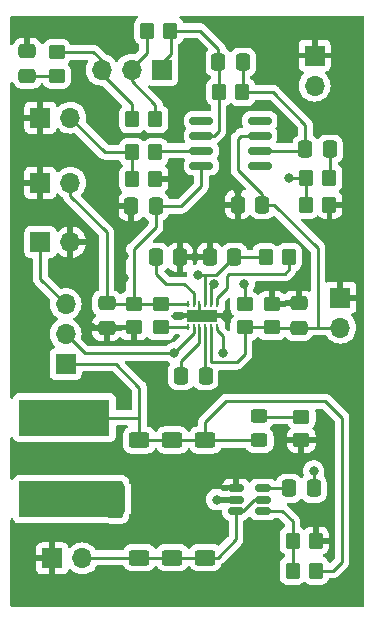
<source format=gbr>
%TF.GenerationSoftware,KiCad,Pcbnew,7.0.1-3b83917a11~172~ubuntu22.04.1*%
%TF.CreationDate,2023-04-19T02:42:24+01:00*%
%TF.ProjectId,mxr_microamp,6d78725f-6d69-4637-926f-616d702e6b69,rev?*%
%TF.SameCoordinates,Original*%
%TF.FileFunction,Copper,L1,Top*%
%TF.FilePolarity,Positive*%
%FSLAX46Y46*%
G04 Gerber Fmt 4.6, Leading zero omitted, Abs format (unit mm)*
G04 Created by KiCad (PCBNEW 7.0.1-3b83917a11~172~ubuntu22.04.1) date 2023-04-19 02:42:24*
%MOMM*%
%LPD*%
G01*
G04 APERTURE LIST*
G04 Aperture macros list*
%AMRoundRect*
0 Rectangle with rounded corners*
0 $1 Rounding radius*
0 $2 $3 $4 $5 $6 $7 $8 $9 X,Y pos of 4 corners*
0 Add a 4 corners polygon primitive as box body*
4,1,4,$2,$3,$4,$5,$6,$7,$8,$9,$2,$3,0*
0 Add four circle primitives for the rounded corners*
1,1,$1+$1,$2,$3*
1,1,$1+$1,$4,$5*
1,1,$1+$1,$6,$7*
1,1,$1+$1,$8,$9*
0 Add four rect primitives between the rounded corners*
20,1,$1+$1,$2,$3,$4,$5,0*
20,1,$1+$1,$4,$5,$6,$7,0*
20,1,$1+$1,$6,$7,$8,$9,0*
20,1,$1+$1,$8,$9,$2,$3,0*%
G04 Aperture macros list end*
%TA.AperFunction,ComponentPad*%
%ADD10O,1.700000X1.700000*%
%TD*%
%TA.AperFunction,ComponentPad*%
%ADD11R,1.700000X1.700000*%
%TD*%
%TA.AperFunction,SMDPad,CuDef*%
%ADD12RoundRect,0.250000X-0.350000X-0.450000X0.350000X-0.450000X0.350000X0.450000X-0.350000X0.450000X0*%
%TD*%
%TA.AperFunction,SMDPad,CuDef*%
%ADD13RoundRect,0.250000X-0.337500X-0.475000X0.337500X-0.475000X0.337500X0.475000X-0.337500X0.475000X0*%
%TD*%
%TA.AperFunction,SMDPad,CuDef*%
%ADD14RoundRect,0.250000X-0.475000X0.337500X-0.475000X-0.337500X0.475000X-0.337500X0.475000X0.337500X0*%
%TD*%
%TA.AperFunction,SMDPad,CuDef*%
%ADD15RoundRect,0.250000X0.625000X-0.400000X0.625000X0.400000X-0.625000X0.400000X-0.625000X-0.400000X0*%
%TD*%
%TA.AperFunction,SMDPad,CuDef*%
%ADD16RoundRect,0.250000X0.450000X-0.350000X0.450000X0.350000X-0.450000X0.350000X-0.450000X-0.350000X0*%
%TD*%
%TA.AperFunction,SMDPad,CuDef*%
%ADD17RoundRect,0.250000X-0.625000X0.400000X-0.625000X-0.400000X0.625000X-0.400000X0.625000X0.400000X0*%
%TD*%
%TA.AperFunction,SMDPad,CuDef*%
%ADD18RoundRect,0.250000X-0.450000X0.350000X-0.450000X-0.350000X0.450000X-0.350000X0.450000X0.350000X0*%
%TD*%
%TA.AperFunction,SMDPad,CuDef*%
%ADD19RoundRect,0.250000X0.350000X0.450000X-0.350000X0.450000X-0.350000X-0.450000X0.350000X-0.450000X0*%
%TD*%
%TA.AperFunction,SMDPad,CuDef*%
%ADD20RoundRect,0.250000X0.475000X-0.337500X0.475000X0.337500X-0.475000X0.337500X-0.475000X-0.337500X0*%
%TD*%
%TA.AperFunction,SMDPad,CuDef*%
%ADD21RoundRect,0.250000X0.337500X0.475000X-0.337500X0.475000X-0.337500X-0.475000X0.337500X-0.475000X0*%
%TD*%
%TA.AperFunction,SMDPad,CuDef*%
%ADD22R,7.700000X3.100000*%
%TD*%
%TA.AperFunction,SMDPad,CuDef*%
%ADD23RoundRect,0.150000X-0.512500X-0.150000X0.512500X-0.150000X0.512500X0.150000X-0.512500X0.150000X0*%
%TD*%
%TA.AperFunction,SMDPad,CuDef*%
%ADD24RoundRect,0.150000X-0.825000X-0.150000X0.825000X-0.150000X0.825000X0.150000X-0.825000X0.150000X0*%
%TD*%
%TA.AperFunction,SMDPad,CuDef*%
%ADD25R,0.250000X0.500000*%
%TD*%
%TA.AperFunction,ComponentPad*%
%ADD26C,0.600000*%
%TD*%
%TA.AperFunction,SMDPad,CuDef*%
%ADD27R,2.650000X1.000000*%
%TD*%
%TA.AperFunction,SMDPad,CuDef*%
%ADD28RoundRect,0.250000X-0.450000X0.325000X-0.450000X-0.325000X0.450000X-0.325000X0.450000X0.325000X0*%
%TD*%
%TA.AperFunction,ViaPad*%
%ADD29C,0.800000*%
%TD*%
%TA.AperFunction,Conductor*%
%ADD30C,0.250000*%
%TD*%
%TA.AperFunction,Conductor*%
%ADD31C,0.500000*%
%TD*%
G04 APERTURE END LIST*
D10*
%TO.P,J7,2,Pin_2*%
%TO.N,GND*%
X132080000Y-82677000D03*
D11*
%TO.P,J7,1,Pin_1*%
%TO.N,Net-(J6-Pin_3)*%
X129540000Y-82677000D03*
%TD*%
D10*
%TO.P,J6,3,Pin_3*%
%TO.N,Net-(J6-Pin_3)*%
X131673600Y-87909400D03*
%TO.P,J6,2,Pin_2*%
%TO.N,/chargepump/CP_VIN*%
X131673600Y-90449400D03*
D11*
%TO.P,J6,1,Pin_1*%
%TO.N,/buck/BUCK_VOUT*%
X131673600Y-92989400D03*
%TD*%
D12*
%TO.P,R13,1*%
%TO.N,Net-(R13-Pad1)*%
X137281500Y-72263000D03*
%TO.P,R13,2*%
%TO.N,Net-(R12-Pad1)*%
X139281500Y-72263000D03*
%TD*%
%TO.P,R12,1*%
%TO.N,Net-(R12-Pad1)*%
X138551500Y-64770000D03*
%TO.P,R12,2*%
%TO.N,Net-(U1--)*%
X140551500Y-64770000D03*
%TD*%
D13*
%TO.P,C10,1*%
%TO.N,GND*%
X146261000Y-79502000D03*
%TO.P,C10,2*%
%TO.N,+5V*%
X148336000Y-79502000D03*
%TD*%
%TO.P,C9,1*%
%TO.N,GND*%
X137244000Y-79629000D03*
%TO.P,C9,2*%
%TO.N,-5V*%
X139319000Y-79629000D03*
%TD*%
%TO.P,C3,1*%
%TO.N,Net-(C1-Pad2)*%
X151976000Y-74803000D03*
%TO.P,C3,2*%
%TO.N,Net-(C3-Pad2)*%
X154051000Y-74803000D03*
%TD*%
D12*
%TO.P,R7,1*%
%TO.N,/chargepump/CP_VIN*%
X148606000Y-83947000D03*
%TO.P,R7,2*%
%TO.N,Net-(U2-PGOOD)*%
X150606000Y-83947000D03*
%TD*%
D11*
%TO.P,J2,1,Pin_1*%
%TO.N,GND*%
X152755600Y-66873200D03*
D10*
%TO.P,J2,2,Pin_2*%
%TO.N,Net-(J2-Pin_2)*%
X152755600Y-69413200D03*
%TD*%
D14*
%TO.P,C7,1*%
%TO.N,-5V*%
X135148000Y-87862500D03*
%TO.P,C7,2*%
%TO.N,GND*%
X135148000Y-89937500D03*
%TD*%
%TO.P,C2,1*%
%TO.N,GND*%
X128429050Y-66505000D03*
%TO.P,C2,2*%
%TO.N,Net-(C2-Pad2)*%
X128429050Y-68580000D03*
%TD*%
D13*
%TO.P,C5,2*%
%TO.N,GND*%
X141393250Y-83947000D03*
%TO.P,C5,1*%
%TO.N,Net-(U2-CP)*%
X139318250Y-83947000D03*
%TD*%
D12*
%TO.P,R3,1*%
%TO.N,Net-(J1-Pin_2)*%
X137281500Y-75057000D03*
%TO.P,R3,2*%
%TO.N,Net-(U1-+)*%
X139281500Y-75057000D03*
%TD*%
D11*
%TO.P,RV1,1,1*%
%TO.N,Net-(U1--)*%
X139805500Y-68072000D03*
D10*
%TO.P,RV1,2,2*%
%TO.N,Net-(R12-Pad1)*%
X137265500Y-68072000D03*
%TO.P,RV1,3,3*%
%TO.N,Net-(R13-Pad1)*%
X134725500Y-68072000D03*
%TD*%
D15*
%TO.P,C16,1*%
%TO.N,/buck/BUCK_VIN*%
X137922000Y-109386000D03*
%TO.P,C16,2*%
%TO.N,GND*%
X137922000Y-106286000D03*
%TD*%
%TO.P,C17,1*%
%TO.N,/buck/BUCK_VIN*%
X140716000Y-109386000D03*
%TO.P,C17,2*%
%TO.N,GND*%
X140716000Y-106286000D03*
%TD*%
D11*
%TO.P,J5,1,Pin_1*%
%TO.N,GND*%
X154940000Y-87371000D03*
D10*
%TO.P,J5,2,Pin_2*%
%TO.N,+5V*%
X154940000Y-89911000D03*
%TD*%
D16*
%TO.P,R2,2*%
%TO.N,Net-(R13-Pad1)*%
X130918250Y-66593300D03*
%TO.P,R2,1*%
%TO.N,Net-(C2-Pad2)*%
X130918250Y-68593300D03*
%TD*%
D17*
%TO.P,C29,1*%
%TO.N,/buck/BUCK_VOUT*%
X137922000Y-99428000D03*
%TO.P,C29,2*%
%TO.N,GND*%
X137922000Y-102528000D03*
%TD*%
D18*
%TO.P,R23,1*%
%TO.N,Net-(D1-K)*%
X151638000Y-97438000D03*
%TO.P,R23,2*%
%TO.N,GND*%
X151638000Y-99438000D03*
%TD*%
D16*
%TO.P,R9,1*%
%TO.N,Net-(U2-FB-)*%
X139720000Y-89900000D03*
%TO.P,R9,2*%
%TO.N,-5V*%
X139720000Y-87900000D03*
%TD*%
D12*
%TO.P,R1,1*%
%TO.N,Net-(U1--)*%
X144647500Y-69977000D03*
%TO.P,R1,2*%
%TO.N,Net-(C1-Pad2)*%
X146647500Y-69977000D03*
%TD*%
D13*
%TO.P,C4,1*%
%TO.N,Net-(U2-C-)*%
X141455000Y-93980000D03*
%TO.P,C4,2*%
%TO.N,Net-(U2-C+)*%
X143530000Y-93980000D03*
%TD*%
D11*
%TO.P,J1,1,Pin_1*%
%TO.N,GND*%
X129540000Y-72136000D03*
D10*
%TO.P,J1,2,Pin_2*%
%TO.N,Net-(J1-Pin_2)*%
X132080000Y-72136000D03*
%TD*%
D19*
%TO.P,R6,1*%
%TO.N,GND*%
X154013500Y-79502000D03*
%TO.P,R6,2*%
%TO.N,Net-(J2-Pin_2)*%
X152013500Y-79502000D03*
%TD*%
D20*
%TO.P,C6,1*%
%TO.N,+5V*%
X151404000Y-89937500D03*
%TO.P,C6,2*%
%TO.N,GND*%
X151404000Y-87862500D03*
%TD*%
D17*
%TO.P,C20,1*%
%TO.N,/buck/BUCK_VOUT*%
X140716000Y-99428000D03*
%TO.P,C20,2*%
%TO.N,GND*%
X140716000Y-102528000D03*
%TD*%
D18*
%TO.P,R11,1*%
%TO.N,-5V*%
X137434000Y-87900000D03*
%TO.P,R11,2*%
%TO.N,GND*%
X137434000Y-89900000D03*
%TD*%
D15*
%TO.P,C30,1*%
%TO.N,/buck/BUCK_VIN*%
X143510000Y-109386000D03*
%TO.P,C30,2*%
%TO.N,GND*%
X143510000Y-106286000D03*
%TD*%
D21*
%TO.P,C8,1*%
%TO.N,/chargepump/CP_VIN*%
X145965250Y-83947000D03*
%TO.P,C8,2*%
%TO.N,GND*%
X143890250Y-83947000D03*
%TD*%
D11*
%TO.P,J3,1,Pin_1*%
%TO.N,GND*%
X130551000Y-109448600D03*
D10*
%TO.P,J3,2,Pin_2*%
%TO.N,/buck/BUCK_VIN*%
X133091000Y-109448600D03*
%TD*%
%TO.P,J4,2,Pin_2*%
%TO.N,-5V*%
X132075000Y-77647800D03*
D11*
%TO.P,J4,1,Pin_1*%
%TO.N,GND*%
X129535000Y-77647800D03*
%TD*%
D18*
%TO.P,R8,1*%
%TO.N,Net-(U2-FB+)*%
X146832000Y-87900000D03*
%TO.P,R8,2*%
%TO.N,+5V*%
X146832000Y-89900000D03*
%TD*%
D22*
%TO.P,L1,1,1*%
%TO.N,Net-(U6-SW)*%
X131572000Y-104428000D03*
%TO.P,L1,2,2*%
%TO.N,/buck/BUCK_VOUT*%
X131572000Y-97528000D03*
%TD*%
D13*
%TO.P,C18,1*%
%TO.N,Net-(U6-VBST)*%
X150600500Y-103518000D03*
%TO.P,C18,2*%
%TO.N,Net-(U6-SW)*%
X152675500Y-103518000D03*
%TD*%
D17*
%TO.P,C19,1*%
%TO.N,/buck/BUCK_VOUT*%
X143510000Y-99428000D03*
%TO.P,C19,2*%
%TO.N,GND*%
X143510000Y-102528000D03*
%TD*%
D13*
%TO.P,C1,1*%
%TO.N,Net-(U1--)*%
X144610000Y-67437000D03*
%TO.P,C1,2*%
%TO.N,Net-(C1-Pad2)*%
X146685000Y-67437000D03*
%TD*%
D19*
%TO.P,R4,1*%
%TO.N,GND*%
X139281500Y-77343000D03*
%TO.P,R4,2*%
%TO.N,Net-(J1-Pin_2)*%
X137281500Y-77343000D03*
%TD*%
D23*
%TO.P,U6,1,GND*%
%TO.N,GND*%
X146100800Y-103518000D03*
%TO.P,U6,2,SW*%
%TO.N,Net-(U6-SW)*%
X146100800Y-104468000D03*
%TO.P,U6,3,VIN*%
%TO.N,/buck/BUCK_VIN*%
X146100800Y-105418000D03*
%TO.P,U6,4,VFB*%
%TO.N,Net-(U6-VFB)*%
X148375800Y-105418000D03*
%TO.P,U6,5,EN*%
%TO.N,/buck/BUCK_VIN*%
X148375800Y-104468000D03*
%TO.P,U6,6,VBST*%
%TO.N,Net-(U6-VBST)*%
X148375800Y-103518000D03*
%TD*%
D24*
%TO.P,U1,1,NULL*%
%TO.N,unconnected-(U1-NULL-Pad1)*%
X143172500Y-72390000D03*
%TO.P,U1,2,-*%
%TO.N,Net-(U1--)*%
X143172500Y-73660000D03*
%TO.P,U1,3,+*%
%TO.N,Net-(U1-+)*%
X143172500Y-74930000D03*
%TO.P,U1,4,V-*%
%TO.N,-5V*%
X143172500Y-76200000D03*
%TO.P,U1,5,NULL*%
%TO.N,unconnected-(U1-NULL-Pad5)*%
X148122500Y-76200000D03*
%TO.P,U1,6*%
%TO.N,Net-(C1-Pad2)*%
X148122500Y-74930000D03*
%TO.P,U1,7,V+*%
%TO.N,+5V*%
X148122500Y-73660000D03*
%TO.P,U1,8,NC*%
%TO.N,unconnected-(U1-NC-Pad8)*%
X148122500Y-72390000D03*
%TD*%
D25*
%TO.P,U2,1,PGOOD*%
%TO.N,Net-(U2-PGOOD)*%
X144510000Y-87950000D03*
%TO.P,U2,2,FB+*%
%TO.N,Net-(U2-FB+)*%
X144010000Y-87950000D03*
%TO.P,U2,3,VIN*%
%TO.N,/chargepump/CP_VIN*%
X143510000Y-87950000D03*
%TO.P,U2,4,GND*%
%TO.N,GND*%
X143010000Y-87950000D03*
%TO.P,U2,5,CP*%
%TO.N,Net-(U2-CP)*%
X142510000Y-87950000D03*
%TO.P,U2,6,OUT-*%
%TO.N,-5V*%
X142010000Y-87950000D03*
%TO.P,U2,7,FB-*%
%TO.N,Net-(U2-FB-)*%
X142010000Y-89850000D03*
%TO.P,U2,8,EN-*%
%TO.N,/chargepump/CP_VIN*%
X142510000Y-89850000D03*
%TO.P,U2,9,C-*%
%TO.N,Net-(U2-C-)*%
X143010000Y-89850000D03*
%TO.P,U2,10,C+*%
%TO.N,Net-(U2-C+)*%
X143510000Y-89850000D03*
%TO.P,U2,11,OUT+*%
%TO.N,+5V*%
X144010000Y-89850000D03*
%TO.P,U2,12,EN+*%
%TO.N,/chargepump/CP_VIN*%
X144510000Y-89850000D03*
D26*
%TO.P,U2,13,PAD*%
%TO.N,GND*%
X144260000Y-88900000D03*
X143260000Y-88900000D03*
D27*
X143260000Y-88900000D03*
D26*
X142260000Y-88900000D03*
%TD*%
D16*
%TO.P,R10,1*%
%TO.N,+5V*%
X149118000Y-89900000D03*
%TO.P,R10,2*%
%TO.N,GND*%
X149118000Y-87900000D03*
%TD*%
D12*
%TO.P,R22,1*%
%TO.N,Net-(U6-VFB)*%
X150892000Y-107950000D03*
%TO.P,R22,2*%
%TO.N,GND*%
X152892000Y-107950000D03*
%TD*%
D19*
%TO.P,R5,1*%
%TO.N,Net-(C3-Pad2)*%
X154013500Y-77216000D03*
%TO.P,R5,2*%
%TO.N,Net-(J2-Pin_2)*%
X152013500Y-77216000D03*
%TD*%
%TO.P,R21,2*%
%TO.N,Net-(U6-VFB)*%
X150892000Y-110490000D03*
%TO.P,R21,1*%
%TO.N,/buck/BUCK_VOUT*%
X152892000Y-110490000D03*
%TD*%
D28*
%TO.P,D1,1,K*%
%TO.N,Net-(D1-K)*%
X148082000Y-97413000D03*
%TO.P,D1,2,A*%
%TO.N,/buck/BUCK_VOUT*%
X148082000Y-99463000D03*
%TD*%
D29*
%TO.N,GND*%
X127762000Y-86360000D03*
X133350000Y-75438000D03*
X129794000Y-64262000D03*
X132588000Y-69850000D03*
X148336000Y-109220000D03*
X148844000Y-106680000D03*
X127762000Y-90424000D03*
X131572000Y-94996000D03*
X154432000Y-94996000D03*
X155956000Y-81026000D03*
X144272000Y-78232000D03*
X145034000Y-76708000D03*
X145034000Y-74422000D03*
X146050000Y-72136000D03*
X155702000Y-64516000D03*
X150114000Y-66548000D03*
X150114000Y-68580000D03*
X132842000Y-64516000D03*
X136144000Y-64516000D03*
X127762000Y-81026000D03*
X127762000Y-74930000D03*
X130810000Y-75438000D03*
X130556000Y-80518000D03*
X132080000Y-85852000D03*
X134366000Y-71628000D03*
X134366000Y-77470000D03*
X142240000Y-66040000D03*
X141097000Y-70612000D03*
X142621000Y-70612000D03*
X142113000Y-107696000D03*
X139319000Y-107696000D03*
X136398000Y-101092000D03*
X139319000Y-101092000D03*
X142113000Y-101092000D03*
X146050000Y-100584000D03*
X153670000Y-100584000D03*
X149860000Y-100584000D03*
X154178000Y-81534000D03*
X151384000Y-86106000D03*
X127762000Y-112141000D03*
X135382000Y-107569000D03*
X139446000Y-94361000D03*
X134874000Y-94869000D03*
X133858000Y-100965000D03*
X131572000Y-100978000D03*
X129286000Y-100965000D03*
X146558000Y-65024000D03*
X148844000Y-65024000D03*
X155702000Y-72009000D03*
X136017000Y-111760000D03*
X145542000Y-110490000D03*
X146812000Y-112395000D03*
X149352000Y-112395000D03*
X151892000Y-112395000D03*
X154432000Y-112395000D03*
X156337000Y-111125000D03*
X156337000Y-107950000D03*
X156337000Y-104775000D03*
X156337000Y-101600000D03*
X156337000Y-98425000D03*
X147447000Y-93980000D03*
X149987000Y-94615000D03*
X152527000Y-93980000D03*
X156337000Y-95250000D03*
X155194000Y-83312000D03*
X149352000Y-81280000D03*
X147447000Y-81280000D03*
X145542000Y-81280000D03*
X143637000Y-81280000D03*
X141732000Y-81280000D03*
X136652000Y-81915000D03*
X136652000Y-83820000D03*
X136652000Y-85725000D03*
%TO.N,/chargepump/CP_VIN*%
X142875000Y-85471000D03*
%TO.N,GND*%
X153670000Y-106172000D03*
%TO.N,Net-(U6-SW)*%
X152675500Y-102053300D03*
X144475200Y-104470200D03*
X136186200Y-104470200D03*
%TO.N,GND*%
X146253200Y-78257400D03*
%TO.N,Net-(J2-Pin_2)*%
X150622000Y-77216000D03*
%TO.N,GND*%
X133858000Y-89890600D03*
X142621750Y-83947000D03*
X140567500Y-77343000D03*
%TO.N,/chargepump/CP_VIN*%
X145034000Y-92075000D03*
X140839750Y-92071750D03*
%TO.N,Net-(U2-FB+)*%
X146812000Y-86182200D03*
X144275481Y-86195500D03*
%TD*%
D30*
%TO.N,Net-(R13-Pad1)*%
X137281500Y-72263000D02*
X137281500Y-70987500D01*
X137281500Y-70987500D02*
X134725500Y-68431500D01*
X134725500Y-68431500D02*
X134725500Y-67288500D01*
X134725500Y-67288500D02*
X134030300Y-66593300D01*
X134030300Y-66593300D02*
X130918250Y-66593300D01*
%TO.N,Net-(J1-Pin_2)*%
X132080000Y-72136000D02*
X135006000Y-75062000D01*
X135006000Y-75062000D02*
X137276500Y-75062000D01*
X137276500Y-75062000D02*
X137281500Y-75057000D01*
%TO.N,Net-(U1--)*%
X139805500Y-68072000D02*
X139805500Y-67538600D01*
X139805500Y-67538600D02*
X140567500Y-66776600D01*
X140567500Y-66776600D02*
X140567500Y-64786000D01*
X140567500Y-64786000D02*
X140583500Y-64770000D01*
X143078200Y-64770000D02*
X144610000Y-66301800D01*
X140583500Y-64770000D02*
X143078200Y-64770000D01*
X144610000Y-66301800D02*
X144610000Y-67437000D01*
%TO.N,+5V*%
X153035000Y-89911000D02*
X154940000Y-89911000D01*
%TO.N,/buck/BUCK_VIN*%
X133375400Y-109397800D02*
X137910200Y-109397800D01*
X137910200Y-109397800D02*
X137922000Y-109386000D01*
%TO.N,/chargepump/CP_VIN*%
X131673600Y-90449400D02*
X133299200Y-92075000D01*
X133299200Y-92075000D02*
X140836500Y-92075000D01*
X140836500Y-92075000D02*
X140839750Y-92071750D01*
%TO.N,GND*%
X137424600Y-89890600D02*
X137434000Y-89900000D01*
X133858000Y-89890600D02*
X137424600Y-89890600D01*
%TO.N,Net-(J6-Pin_3)*%
X129540000Y-82677000D02*
X129540000Y-85775800D01*
X129540000Y-85775800D02*
X131673600Y-87909400D01*
%TO.N,/buck/BUCK_VOUT*%
X131673600Y-92989400D02*
X135921900Y-92989400D01*
X135921900Y-92989400D02*
X137922000Y-94989500D01*
X137922000Y-94989500D02*
X137922000Y-99428000D01*
%TO.N,-5V*%
X132075000Y-77139800D02*
X132075000Y-78760400D01*
X132075000Y-78760400D02*
X135148000Y-81833400D01*
X135148000Y-81833400D02*
X135148000Y-87862500D01*
%TO.N,Net-(U2-FB+)*%
X146832000Y-86187600D02*
X146832000Y-87900000D01*
%TO.N,Net-(U2-PGOOD)*%
X144510000Y-87950000D02*
X144510000Y-87421305D01*
X144510000Y-87421305D02*
X145345000Y-86586305D01*
X145345000Y-86586305D02*
X145345000Y-85541000D01*
X150241000Y-85344000D02*
X150606000Y-84979000D01*
X145345000Y-85541000D02*
X145542000Y-85344000D01*
X145542000Y-85344000D02*
X150241000Y-85344000D01*
X150606000Y-84979000D02*
X150606000Y-83947000D01*
%TO.N,Net-(U2-FB+)*%
X144275481Y-86195500D02*
X144010000Y-86460981D01*
X144010000Y-86460981D02*
X144010000Y-87950000D01*
%TO.N,/chargepump/CP_VIN*%
X145034000Y-92075000D02*
X145034000Y-90658000D01*
X145034000Y-90658000D02*
X144510000Y-90134000D01*
X144510000Y-90134000D02*
X144510000Y-89850000D01*
%TO.N,+5V*%
X144010000Y-89850000D02*
X144010000Y-92837000D01*
X144010000Y-92837000D02*
X146177000Y-92837000D01*
X146832000Y-92182000D02*
X146832000Y-89900000D01*
X146177000Y-92837000D02*
X146832000Y-92182000D01*
%TO.N,/chargepump/CP_VIN*%
X142510000Y-90401500D02*
X142510000Y-89850000D01*
X140839750Y-92071750D02*
X142510000Y-90401500D01*
X142875000Y-85471000D02*
X143510000Y-85471000D01*
%TO.N,+5V*%
X148336000Y-79502000D02*
X148336000Y-78634500D01*
X148336000Y-78634500D02*
X146282500Y-76581000D01*
X146282500Y-76581000D02*
X146282500Y-73914000D01*
X146282500Y-73914000D02*
X146536500Y-73660000D01*
X146536500Y-73660000D02*
X148122500Y-73660000D01*
%TO.N,/buck/BUCK_VOUT*%
X154305000Y-110490000D02*
X155067000Y-109728000D01*
X155067000Y-109728000D02*
X155067000Y-97549000D01*
X152892000Y-110490000D02*
X154305000Y-110490000D01*
X153670000Y-96152000D02*
X145288000Y-96152000D01*
X155067000Y-97549000D02*
X153670000Y-96152000D01*
%TO.N,Net-(U6-VFB)*%
X148375800Y-105418000D02*
X149995000Y-105418000D01*
X150892000Y-106315000D02*
X150892000Y-110490000D01*
X149995000Y-105418000D02*
X150892000Y-106315000D01*
%TO.N,Net-(C2-Pad2)*%
X128429050Y-68580000D02*
X130904950Y-68580000D01*
X130904950Y-68580000D02*
X130918250Y-68593300D01*
D31*
%TO.N,Net-(U6-SW)*%
X144475200Y-104470200D02*
X144477400Y-104468000D01*
X144477400Y-104468000D02*
X146100800Y-104468000D01*
D30*
X152675500Y-102053300D02*
X152675500Y-103518000D01*
%TO.N,/buck/BUCK_VIN*%
X143510000Y-109386000D02*
X144537800Y-109386000D01*
X144537800Y-109386000D02*
X146100800Y-107823000D01*
X146100800Y-107823000D02*
X146100800Y-105418000D01*
X143510000Y-109386000D02*
X137922000Y-109386000D01*
%TO.N,Net-(R12-Pad1)*%
X137265500Y-69062600D02*
X139281500Y-71078600D01*
X139281500Y-71078600D02*
X139281500Y-72263000D01*
%TO.N,GND*%
X146261000Y-78265200D02*
X146253200Y-78257400D01*
X146261000Y-79502000D02*
X146261000Y-78265200D01*
%TO.N,Net-(J2-Pin_2)*%
X152013500Y-77216000D02*
X150622000Y-77216000D01*
%TO.N,Net-(C1-Pad2)*%
X146647500Y-69977000D02*
X149225000Y-69977000D01*
X149225000Y-69977000D02*
X151976000Y-72728000D01*
X151976000Y-72728000D02*
X151976000Y-74803000D01*
%TO.N,+5V*%
X153035000Y-89911000D02*
X153035000Y-83185000D01*
X153035000Y-83185000D02*
X149352000Y-79502000D01*
X149352000Y-79502000D02*
X148336000Y-79502000D01*
X151430500Y-89911000D02*
X153035000Y-89911000D01*
X151404000Y-89937500D02*
X151430500Y-89911000D01*
%TO.N,-5V*%
X137434000Y-87900000D02*
X137434000Y-83292000D01*
X137434000Y-83292000D02*
X139319000Y-81407000D01*
X139319000Y-81407000D02*
X139319000Y-79629000D01*
%TO.N,/chargepump/CP_VIN*%
X145965250Y-83947000D02*
X148606000Y-83947000D01*
X143510000Y-87950000D02*
X143510000Y-85471000D01*
X143510000Y-85471000D02*
X144441250Y-85471000D01*
X144441250Y-85471000D02*
X145965250Y-83947000D01*
%TO.N,Net-(U2-CP)*%
X139318250Y-83947000D02*
X139318250Y-85343250D01*
X139318250Y-85343250D02*
X140208000Y-86233000D01*
X140208000Y-86233000D02*
X141732000Y-86233000D01*
X141732000Y-86233000D02*
X142514000Y-87015000D01*
X142514000Y-87015000D02*
X142514000Y-87946000D01*
X142514000Y-87946000D02*
X142510000Y-87950000D01*
%TO.N,GND*%
X142621750Y-83947000D02*
X141393250Y-83947000D01*
X142621750Y-83947000D02*
X143890250Y-83947000D01*
%TO.N,/buck/BUCK_VOUT*%
X131572000Y-97528000D02*
X137914000Y-97528000D01*
X137914000Y-97528000D02*
X137922000Y-97536000D01*
X137922000Y-97536000D02*
X137922000Y-99428000D01*
%TO.N,Net-(J2-Pin_2)*%
X152013500Y-79502000D02*
X152013500Y-77216000D01*
%TO.N,Net-(C3-Pad2)*%
X154013500Y-77216000D02*
X154029500Y-77200000D01*
X154029500Y-77200000D02*
X154029500Y-74824500D01*
X154029500Y-74824500D02*
X154051000Y-74803000D01*
%TO.N,-5V*%
X139319000Y-79629000D02*
X141456500Y-79629000D01*
X141456500Y-79629000D02*
X143172500Y-77913000D01*
X143172500Y-77913000D02*
X143172500Y-76200000D01*
%TO.N,Net-(R12-Pad1)*%
X137265500Y-69062600D02*
X137265500Y-67923600D01*
X137265500Y-67923600D02*
X138551500Y-66637600D01*
X138551500Y-66637600D02*
X138551500Y-65506600D01*
%TO.N,Net-(J1-Pin_2)*%
X137281500Y-75057000D02*
X137281500Y-77343000D01*
%TO.N,Net-(U1--)*%
X144647500Y-69977000D02*
X144647500Y-67474500D01*
X144647500Y-67474500D02*
X144610000Y-67437000D01*
X144647500Y-69977000D02*
X144647500Y-73263000D01*
X144250500Y-73660000D02*
X143172500Y-73660000D01*
X144647500Y-73263000D02*
X144250500Y-73660000D01*
%TO.N,Net-(C1-Pad2)*%
X146685000Y-67437000D02*
X146685000Y-69939500D01*
X148122500Y-74930000D02*
X151849000Y-74930000D01*
X151849000Y-74930000D02*
X151976000Y-74803000D01*
X146685000Y-69939500D02*
X146647500Y-69977000D01*
%TO.N,GND*%
X143010000Y-88650000D02*
X143260000Y-88900000D01*
X151404000Y-87862500D02*
X149155500Y-87862500D01*
X143010000Y-87950000D02*
X143010000Y-88650000D01*
X139281500Y-77343000D02*
X140567500Y-77343000D01*
X149155500Y-87862500D02*
X149118000Y-87900000D01*
X137396500Y-89937500D02*
X137434000Y-89900000D01*
X135148000Y-89937500D02*
X137396500Y-89937500D01*
%TO.N,Net-(U2-C-)*%
X143010000Y-91198000D02*
X141455000Y-92753000D01*
X143010000Y-89850000D02*
X143010000Y-91198000D01*
X141455000Y-92753000D02*
X141455000Y-93980000D01*
%TO.N,Net-(U2-C+)*%
X143510000Y-93960000D02*
X143530000Y-93980000D01*
X143510000Y-89850000D02*
X143510000Y-93960000D01*
%TO.N,+5V*%
X151404000Y-89937500D02*
X149155500Y-89937500D01*
X149155500Y-89937500D02*
X149118000Y-89900000D01*
X146832000Y-89900000D02*
X149118000Y-89900000D01*
%TO.N,-5V*%
X142010000Y-87950000D02*
X139770000Y-87950000D01*
X137434000Y-87900000D02*
X139720000Y-87900000D01*
X137434000Y-87900000D02*
X135185500Y-87900000D01*
X139770000Y-87950000D02*
X139720000Y-87900000D01*
X135185500Y-87900000D02*
X135148000Y-87862500D01*
%TO.N,/buck/BUCK_VOUT*%
X143545000Y-99463000D02*
X143510000Y-99428000D01*
X143510000Y-97930000D02*
X143510000Y-99428000D01*
X148082000Y-99463000D02*
X143545000Y-99463000D01*
X143510000Y-99428000D02*
X137922000Y-99428000D01*
X145288000Y-96152000D02*
X143510000Y-97930000D01*
%TO.N,/buck/BUCK_VIN*%
X148375800Y-104468000D02*
X147640000Y-104468000D01*
X147640000Y-104468000D02*
X146690000Y-105418000D01*
X146690000Y-105418000D02*
X146100800Y-105418000D01*
%TO.N,Net-(U6-VBST)*%
X148375800Y-103518000D02*
X150600500Y-103518000D01*
%TO.N,Net-(D1-K)*%
X151638000Y-97438000D02*
X148107000Y-97438000D01*
X148107000Y-97438000D02*
X148082000Y-97413000D01*
%TO.N,Net-(U1-+)*%
X143172500Y-74930000D02*
X139408500Y-74930000D01*
X139408500Y-74930000D02*
X139281500Y-75057000D01*
%TO.N,Net-(U2-FB-)*%
X142010000Y-89850000D02*
X139770000Y-89850000D01*
X139770000Y-89850000D02*
X139720000Y-89900000D01*
%TD*%
%TA.AperFunction,Conductor*%
%TO.N,GND*%
G36*
X156909500Y-63517113D02*
G01*
X156954887Y-63562500D01*
X156971500Y-63624500D01*
X156971500Y-113413500D01*
X156954887Y-113475500D01*
X156909500Y-113520887D01*
X156847500Y-113537500D01*
X127124500Y-113537500D01*
X127062500Y-113520887D01*
X127017113Y-113475500D01*
X127000500Y-113413500D01*
X127000500Y-109698600D01*
X129201000Y-109698600D01*
X129201000Y-110346424D01*
X129207402Y-110405975D01*
X129257647Y-110540689D01*
X129343811Y-110655788D01*
X129458910Y-110741952D01*
X129593624Y-110792197D01*
X129653176Y-110798600D01*
X130301000Y-110798600D01*
X130301000Y-109698600D01*
X129201000Y-109698600D01*
X127000500Y-109698600D01*
X127000500Y-109198600D01*
X129201000Y-109198600D01*
X130301000Y-109198600D01*
X130301000Y-108098600D01*
X129653176Y-108098600D01*
X129593624Y-108105002D01*
X129458910Y-108155247D01*
X129343811Y-108241411D01*
X129257647Y-108356510D01*
X129207402Y-108491224D01*
X129201000Y-108550776D01*
X129201000Y-109198600D01*
X127000500Y-109198600D01*
X127000500Y-106163062D01*
X127019238Y-106097519D01*
X127069789Y-106051785D01*
X127136875Y-106039681D01*
X127200220Y-106064866D01*
X127240681Y-106119728D01*
X127278204Y-106220331D01*
X127364454Y-106335546D01*
X127479669Y-106421796D01*
X127614517Y-106472091D01*
X127674127Y-106478500D01*
X135191603Y-106478499D01*
X135214692Y-106481538D01*
X135214709Y-106481414D01*
X135222764Y-106482474D01*
X135222766Y-106482475D01*
X135306012Y-106493434D01*
X135353599Y-106499700D01*
X135353600Y-106499700D01*
X136422500Y-106499700D01*
X136422501Y-106499700D01*
X136448666Y-106496254D01*
X136553334Y-106482475D01*
X136615334Y-106465862D01*
X136737250Y-106415363D01*
X136841942Y-106335029D01*
X136887329Y-106289642D01*
X136967663Y-106184950D01*
X137018162Y-106063034D01*
X137034775Y-106001034D01*
X137048555Y-105896366D01*
X137052000Y-105870201D01*
X137052000Y-105868055D01*
X137052636Y-105855512D01*
X137052872Y-105853195D01*
X137058528Y-105826761D01*
X137068884Y-105795510D01*
X137081048Y-105769421D01*
X137114580Y-105715060D01*
X137170660Y-105587605D01*
X137189121Y-105522509D01*
X137208300Y-105384590D01*
X137208300Y-103429410D01*
X137189121Y-103291491D01*
X137182459Y-103267999D01*
X144941004Y-103267999D01*
X144941005Y-103268000D01*
X145850800Y-103268000D01*
X145850800Y-102718000D01*
X145522661Y-102718000D01*
X145485806Y-102720900D01*
X145328102Y-102766717D01*
X145186742Y-102850317D01*
X145070617Y-102966442D01*
X144987019Y-103107799D01*
X144941200Y-103265511D01*
X144941004Y-103267999D01*
X137182459Y-103267999D01*
X137170660Y-103226395D01*
X137114581Y-103098942D01*
X137081050Y-103044579D01*
X137068883Y-103018487D01*
X137058530Y-102987244D01*
X137052877Y-102960831D01*
X137052326Y-102955432D01*
X137024878Y-102835072D01*
X137018104Y-102816318D01*
X137004455Y-102778530D01*
X136948650Y-102668408D01*
X136867815Y-102575097D01*
X136823200Y-102534807D01*
X136823197Y-102534805D01*
X136823195Y-102534803D01*
X136722158Y-102463872D01*
X136606933Y-102419545D01*
X136563182Y-102408615D01*
X136548613Y-102404975D01*
X136426084Y-102389900D01*
X135567918Y-102389900D01*
X135542424Y-102385300D01*
X135513405Y-102382180D01*
X135469873Y-102377500D01*
X135469868Y-102377500D01*
X127674130Y-102377500D01*
X127614515Y-102383909D01*
X127479669Y-102434204D01*
X127364454Y-102520454D01*
X127278204Y-102635668D01*
X127240682Y-102736271D01*
X127200220Y-102791133D01*
X127136874Y-102816318D01*
X127069789Y-102804214D01*
X127019238Y-102758480D01*
X127000500Y-102692937D01*
X127000500Y-99263062D01*
X127019238Y-99197519D01*
X127069789Y-99151785D01*
X127136875Y-99139681D01*
X127200220Y-99164866D01*
X127240681Y-99219728D01*
X127278204Y-99320331D01*
X127364454Y-99435546D01*
X127479669Y-99521796D01*
X127614517Y-99572091D01*
X127674127Y-99578500D01*
X135469872Y-99578499D01*
X135529483Y-99572091D01*
X135664331Y-99521796D01*
X135779546Y-99435546D01*
X135865796Y-99320331D01*
X135916091Y-99185483D01*
X135922500Y-99125873D01*
X135922500Y-98277500D01*
X135939113Y-98215500D01*
X135984500Y-98170113D01*
X136046500Y-98153500D01*
X136847957Y-98153500D01*
X136909331Y-98169754D01*
X136954616Y-98214255D01*
X136971938Y-98275336D01*
X136956757Y-98336985D01*
X136913053Y-98383039D01*
X136828342Y-98435288D01*
X136704288Y-98559342D01*
X136612186Y-98708665D01*
X136557000Y-98875202D01*
X136546500Y-98977990D01*
X136546500Y-99878008D01*
X136557000Y-99980796D01*
X136612186Y-100147334D01*
X136704288Y-100296657D01*
X136828342Y-100420711D01*
X136828344Y-100420712D01*
X136977666Y-100512814D01*
X137089017Y-100549712D01*
X137144202Y-100567999D01*
X137154703Y-100569071D01*
X137246991Y-100578500D01*
X138597008Y-100578499D01*
X138699797Y-100567999D01*
X138866334Y-100512814D01*
X139015656Y-100420712D01*
X139139712Y-100296656D01*
X139213461Y-100177088D01*
X139258568Y-100133908D01*
X139319000Y-100118185D01*
X139379432Y-100133908D01*
X139424539Y-100177089D01*
X139498288Y-100296657D01*
X139622342Y-100420711D01*
X139622344Y-100420712D01*
X139771666Y-100512814D01*
X139883017Y-100549712D01*
X139938202Y-100567999D01*
X139948703Y-100569071D01*
X140040991Y-100578500D01*
X141391008Y-100578499D01*
X141493797Y-100567999D01*
X141660334Y-100512814D01*
X141809656Y-100420712D01*
X141933712Y-100296656D01*
X142007461Y-100177088D01*
X142052568Y-100133908D01*
X142113000Y-100118185D01*
X142173432Y-100133908D01*
X142218539Y-100177089D01*
X142292288Y-100296657D01*
X142416342Y-100420711D01*
X142416344Y-100420712D01*
X142565666Y-100512814D01*
X142677017Y-100549712D01*
X142732202Y-100567999D01*
X142742703Y-100569071D01*
X142834991Y-100578500D01*
X144185008Y-100578499D01*
X144287797Y-100567999D01*
X144454334Y-100512814D01*
X144603656Y-100420712D01*
X144727712Y-100296656D01*
X144819770Y-100147404D01*
X144864878Y-100104223D01*
X144925310Y-100088500D01*
X146866362Y-100088500D01*
X146926794Y-100104223D01*
X146971901Y-100147404D01*
X147039288Y-100256657D01*
X147163342Y-100380711D01*
X147163344Y-100380712D01*
X147312666Y-100472814D01*
X147424016Y-100509712D01*
X147479202Y-100527999D01*
X147489703Y-100529071D01*
X147581991Y-100538500D01*
X148582008Y-100538499D01*
X148684797Y-100527999D01*
X148851334Y-100472814D01*
X149000656Y-100380712D01*
X149124712Y-100256656D01*
X149216814Y-100107334D01*
X149271999Y-99940797D01*
X149282500Y-99838009D01*
X149282500Y-99688000D01*
X150438001Y-99688000D01*
X150438001Y-99837979D01*
X150448493Y-99940695D01*
X150503642Y-100107122D01*
X150595683Y-100256345D01*
X150719654Y-100380316D01*
X150868877Y-100472357D01*
X151035303Y-100527506D01*
X151138021Y-100538000D01*
X151388000Y-100538000D01*
X151388000Y-99688000D01*
X151888000Y-99688000D01*
X151888000Y-100537999D01*
X152137979Y-100537999D01*
X152240695Y-100527506D01*
X152407122Y-100472357D01*
X152556345Y-100380316D01*
X152680316Y-100256345D01*
X152772357Y-100107122D01*
X152827506Y-99940696D01*
X152838000Y-99837979D01*
X152838000Y-99688000D01*
X151888000Y-99688000D01*
X151388000Y-99688000D01*
X150438001Y-99688000D01*
X149282500Y-99688000D01*
X149282499Y-99087992D01*
X149271999Y-98985203D01*
X149216814Y-98818666D01*
X149124712Y-98669344D01*
X149124711Y-98669342D01*
X149000657Y-98545288D01*
X148997821Y-98543539D01*
X148954640Y-98498432D01*
X148938917Y-98438000D01*
X148954640Y-98377568D01*
X148997821Y-98332461D01*
X149000654Y-98330713D01*
X149000656Y-98330712D01*
X149124712Y-98206656D01*
X149176678Y-98122404D01*
X149221786Y-98079223D01*
X149282218Y-98063500D01*
X150406942Y-98063500D01*
X150467374Y-98079223D01*
X150512481Y-98122404D01*
X150595288Y-98256657D01*
X150689303Y-98350672D01*
X150721397Y-98406259D01*
X150721397Y-98470446D01*
X150689304Y-98526034D01*
X150595681Y-98619656D01*
X150503642Y-98768877D01*
X150448493Y-98935303D01*
X150438000Y-99038021D01*
X150438000Y-99188000D01*
X152837999Y-99188000D01*
X152837999Y-99038021D01*
X152827506Y-98935304D01*
X152772357Y-98768877D01*
X152680316Y-98619654D01*
X152586696Y-98526034D01*
X152554602Y-98470446D01*
X152554602Y-98406259D01*
X152586694Y-98350673D01*
X152680712Y-98256656D01*
X152772814Y-98107334D01*
X152827999Y-97940797D01*
X152838500Y-97838009D01*
X152838499Y-97037992D01*
X152827999Y-96935203D01*
X152826619Y-96921692D01*
X152828165Y-96921534D01*
X152824906Y-96882633D01*
X152846934Y-96828904D01*
X152891008Y-96791097D01*
X152947462Y-96777500D01*
X153359548Y-96777500D01*
X153407001Y-96786939D01*
X153447229Y-96813819D01*
X154405181Y-97771772D01*
X154432061Y-97812000D01*
X154441500Y-97859453D01*
X154441500Y-109417548D01*
X154432061Y-109465001D01*
X154405183Y-109505226D01*
X154189745Y-109720664D01*
X154134407Y-109776002D01*
X154080558Y-109807615D01*
X154018130Y-109808978D01*
X153962953Y-109779743D01*
X153929021Y-109727326D01*
X153926814Y-109720666D01*
X153834712Y-109571344D01*
X153834711Y-109571342D01*
X153710657Y-109447288D01*
X153561331Y-109355184D01*
X153507787Y-109337441D01*
X153456103Y-109304302D01*
X153426652Y-109250432D01*
X153426652Y-109189037D01*
X153456105Y-109135167D01*
X153507789Y-109102030D01*
X153561121Y-109084357D01*
X153710345Y-108992316D01*
X153834316Y-108868345D01*
X153926357Y-108719122D01*
X153981506Y-108552696D01*
X153992000Y-108449979D01*
X153992000Y-108200000D01*
X152766000Y-108200000D01*
X152704000Y-108183387D01*
X152658613Y-108138000D01*
X152642000Y-108076000D01*
X152642000Y-106750001D01*
X152492021Y-106750001D01*
X152389304Y-106760493D01*
X152222877Y-106815642D01*
X152073656Y-106907681D01*
X151980034Y-107001304D01*
X151924446Y-107033397D01*
X151860259Y-107033397D01*
X151804672Y-107001303D01*
X151710657Y-106907288D01*
X151576404Y-106824481D01*
X151533223Y-106779374D01*
X151525581Y-106750000D01*
X153142000Y-106750000D01*
X153142000Y-107700000D01*
X153991999Y-107700000D01*
X153991999Y-107450021D01*
X153981506Y-107347304D01*
X153926357Y-107180877D01*
X153834316Y-107031654D01*
X153710345Y-106907683D01*
X153561122Y-106815642D01*
X153394696Y-106760493D01*
X153291979Y-106750000D01*
X153142000Y-106750000D01*
X151525581Y-106750000D01*
X151517500Y-106718942D01*
X151517500Y-106397744D01*
X151519764Y-106377236D01*
X151517561Y-106307113D01*
X151517500Y-106303219D01*
X151517500Y-106275654D01*
X151517500Y-106275650D01*
X151516997Y-106271670D01*
X151516081Y-106260028D01*
X151514710Y-106216373D01*
X151509118Y-106197126D01*
X151505174Y-106178085D01*
X151502664Y-106158208D01*
X151486579Y-106117583D01*
X151482808Y-106106568D01*
X151470618Y-106064610D01*
X151460414Y-106047355D01*
X151451861Y-106029895D01*
X151444486Y-106011269D01*
X151444486Y-106011268D01*
X151418808Y-105975925D01*
X151412401Y-105966171D01*
X151390169Y-105928579D01*
X151376006Y-105914416D01*
X151363367Y-105899617D01*
X151351595Y-105883413D01*
X151317941Y-105855573D01*
X151309299Y-105847709D01*
X150495802Y-105034211D01*
X150482906Y-105018113D01*
X150431775Y-104970098D01*
X150428978Y-104967387D01*
X150416771Y-104955180D01*
X150386521Y-104905817D01*
X150381979Y-104848101D01*
X150404134Y-104794614D01*
X150448157Y-104757014D01*
X150504449Y-104743499D01*
X150988008Y-104743499D01*
X150988009Y-104743499D01*
X151039402Y-104738249D01*
X151090797Y-104732999D01*
X151257334Y-104677814D01*
X151406656Y-104585712D01*
X151530712Y-104461656D01*
X151532460Y-104458821D01*
X151577568Y-104415640D01*
X151638000Y-104399917D01*
X151698432Y-104415640D01*
X151743539Y-104458821D01*
X151745288Y-104461657D01*
X151869342Y-104585711D01*
X151869344Y-104585712D01*
X152018666Y-104677814D01*
X152130016Y-104714712D01*
X152185202Y-104732999D01*
X152195702Y-104734071D01*
X152287991Y-104743500D01*
X153063008Y-104743499D01*
X153165797Y-104732999D01*
X153332334Y-104677814D01*
X153481656Y-104585712D01*
X153605712Y-104461656D01*
X153697814Y-104312334D01*
X153752999Y-104145797D01*
X153763500Y-104043009D01*
X153763499Y-102992992D01*
X153760838Y-102966947D01*
X153752999Y-102890203D01*
X153715994Y-102778530D01*
X153697814Y-102723666D01*
X153634095Y-102620360D01*
X153605711Y-102574342D01*
X153544215Y-102512846D01*
X153511322Y-102454112D01*
X153513964Y-102386849D01*
X153561174Y-102241556D01*
X153580960Y-102053300D01*
X153561174Y-101865044D01*
X153502679Y-101685016D01*
X153502679Y-101685015D01*
X153408033Y-101521083D01*
X153281370Y-101380410D01*
X153128230Y-101269148D01*
X152955302Y-101192155D01*
X152770148Y-101152800D01*
X152770146Y-101152800D01*
X152580854Y-101152800D01*
X152580852Y-101152800D01*
X152395697Y-101192155D01*
X152222769Y-101269148D01*
X152069629Y-101380410D01*
X151942966Y-101521083D01*
X151848320Y-101685015D01*
X151789826Y-101865042D01*
X151770040Y-102053299D01*
X151789826Y-102241557D01*
X151837034Y-102386847D01*
X151839677Y-102454111D01*
X151806785Y-102512845D01*
X151745287Y-102574344D01*
X151743537Y-102577182D01*
X151698430Y-102620362D01*
X151637998Y-102636083D01*
X151577567Y-102620360D01*
X151532461Y-102577179D01*
X151530711Y-102574342D01*
X151406657Y-102450288D01*
X151257334Y-102358186D01*
X151090797Y-102303000D01*
X150988009Y-102292500D01*
X150212991Y-102292500D01*
X150110203Y-102303000D01*
X149943665Y-102358186D01*
X149794342Y-102450288D01*
X149670288Y-102574342D01*
X149578186Y-102723665D01*
X149550405Y-102807504D01*
X149524526Y-102851829D01*
X149482914Y-102881877D01*
X149432699Y-102892500D01*
X149384108Y-102892500D01*
X149336655Y-102883061D01*
X149296427Y-102856181D01*
X149290165Y-102849919D01*
X149148697Y-102766255D01*
X148990872Y-102720402D01*
X148968743Y-102718660D01*
X148953994Y-102717500D01*
X147797606Y-102717500D01*
X147785314Y-102718467D01*
X147760727Y-102720402D01*
X147602902Y-102766255D01*
X147461434Y-102849919D01*
X147345217Y-102966136D01*
X147344738Y-102966947D01*
X147299441Y-103011534D01*
X147238003Y-103027821D01*
X147176567Y-103011528D01*
X147131274Y-102966937D01*
X147130980Y-102966440D01*
X147014857Y-102850317D01*
X146873497Y-102766717D01*
X146715793Y-102720900D01*
X146678939Y-102718000D01*
X146350800Y-102718000D01*
X146350800Y-103543500D01*
X146334187Y-103605500D01*
X146288800Y-103650887D01*
X146226800Y-103667500D01*
X145522606Y-103667500D01*
X145510314Y-103668467D01*
X145485727Y-103670402D01*
X145340568Y-103712576D01*
X145305973Y-103717500D01*
X145011509Y-103717500D01*
X144973191Y-103711431D01*
X144938625Y-103693819D01*
X144934377Y-103690733D01*
X144927930Y-103686049D01*
X144886269Y-103667500D01*
X144755002Y-103609055D01*
X144569848Y-103569700D01*
X144569846Y-103569700D01*
X144380554Y-103569700D01*
X144380552Y-103569700D01*
X144195397Y-103609055D01*
X144022469Y-103686048D01*
X143869329Y-103797310D01*
X143742666Y-103937983D01*
X143648020Y-104101915D01*
X143589526Y-104281942D01*
X143569740Y-104470200D01*
X143589526Y-104658457D01*
X143648020Y-104838484D01*
X143742666Y-105002416D01*
X143869329Y-105143089D01*
X144022469Y-105254351D01*
X144195397Y-105331344D01*
X144380552Y-105370700D01*
X144380554Y-105370700D01*
X144569846Y-105370700D01*
X144569848Y-105370700D01*
X144693283Y-105344462D01*
X144755003Y-105331344D01*
X144758555Y-105329762D01*
X144763364Y-105327622D01*
X144823529Y-105317283D01*
X144881335Y-105336906D01*
X144922773Y-105381733D01*
X144937800Y-105440901D01*
X144937800Y-105633692D01*
X144940702Y-105670572D01*
X144986555Y-105828397D01*
X145045803Y-105928579D01*
X145070219Y-105969865D01*
X145186435Y-106086081D01*
X145205776Y-106097519D01*
X145327902Y-106169744D01*
X145385895Y-106186593D01*
X145432324Y-106211802D01*
X145464045Y-106254050D01*
X145475300Y-106305669D01*
X145475300Y-107512548D01*
X145465861Y-107560001D01*
X145438981Y-107600229D01*
X144699125Y-108340082D01*
X144652723Y-108369329D01*
X144598244Y-108375696D01*
X144546348Y-108357940D01*
X144454334Y-108301186D01*
X144287797Y-108246000D01*
X144185009Y-108235500D01*
X142834991Y-108235500D01*
X142732203Y-108246000D01*
X142565665Y-108301186D01*
X142416342Y-108393288D01*
X142292289Y-108517341D01*
X142218539Y-108636911D01*
X142173432Y-108680091D01*
X142113000Y-108695814D01*
X142052568Y-108680091D01*
X142007461Y-108636911D01*
X141933710Y-108517341D01*
X141809657Y-108393288D01*
X141660334Y-108301186D01*
X141493797Y-108246000D01*
X141391009Y-108235500D01*
X140040991Y-108235500D01*
X139938203Y-108246000D01*
X139771665Y-108301186D01*
X139622342Y-108393288D01*
X139498289Y-108517341D01*
X139424539Y-108636911D01*
X139379432Y-108680091D01*
X139319000Y-108695814D01*
X139258568Y-108680091D01*
X139213461Y-108636911D01*
X139139710Y-108517341D01*
X139015657Y-108393288D01*
X138866334Y-108301186D01*
X138699797Y-108246000D01*
X138597009Y-108235500D01*
X137246991Y-108235500D01*
X137144203Y-108246000D01*
X136977665Y-108301186D01*
X136828342Y-108393288D01*
X136704288Y-108517342D01*
X136612185Y-108666667D01*
X136605346Y-108687306D01*
X136579467Y-108731630D01*
X136537856Y-108761678D01*
X136487641Y-108772300D01*
X134330656Y-108772300D01*
X134273399Y-108758289D01*
X134229081Y-108719423D01*
X134192140Y-108666666D01*
X134129495Y-108577199D01*
X133962401Y-108410105D01*
X133768830Y-108274565D01*
X133554663Y-108174697D01*
X133482074Y-108155247D01*
X133326407Y-108113536D01*
X133091000Y-108092940D01*
X132855592Y-108113536D01*
X132627336Y-108174697D01*
X132413170Y-108274565D01*
X132219601Y-108410103D01*
X132097285Y-108532419D01*
X132044539Y-108563714D01*
X131983246Y-108565903D01*
X131928401Y-108538450D01*
X131893422Y-108488071D01*
X131844352Y-108356511D01*
X131758188Y-108241411D01*
X131643089Y-108155247D01*
X131508375Y-108105002D01*
X131448824Y-108098600D01*
X130801000Y-108098600D01*
X130801000Y-110798600D01*
X131448824Y-110798600D01*
X131508375Y-110792197D01*
X131643089Y-110741952D01*
X131758188Y-110655788D01*
X131844352Y-110540689D01*
X131893422Y-110409128D01*
X131928401Y-110358749D01*
X131983246Y-110331296D01*
X132044539Y-110333485D01*
X132097285Y-110364781D01*
X132219599Y-110487095D01*
X132413170Y-110622635D01*
X132627337Y-110722503D01*
X132855592Y-110783663D01*
X133091000Y-110804259D01*
X133326408Y-110783663D01*
X133554663Y-110722503D01*
X133768830Y-110622635D01*
X133962401Y-110487095D01*
X134129495Y-110320001D01*
X134265035Y-110126430D01*
X134279739Y-110094895D01*
X134325497Y-110042719D01*
X134392122Y-110023300D01*
X136495462Y-110023300D01*
X136545678Y-110033923D01*
X136587290Y-110063971D01*
X136604327Y-110093153D01*
X136604578Y-110092999D01*
X136704288Y-110254657D01*
X136828342Y-110378711D01*
X136828344Y-110378712D01*
X136977666Y-110470814D01*
X137089017Y-110507712D01*
X137144202Y-110525999D01*
X137154703Y-110527071D01*
X137246991Y-110536500D01*
X138597008Y-110536499D01*
X138699797Y-110525999D01*
X138866334Y-110470814D01*
X139015656Y-110378712D01*
X139139712Y-110254656D01*
X139213461Y-110135088D01*
X139258568Y-110091908D01*
X139319000Y-110076185D01*
X139379432Y-110091908D01*
X139424539Y-110135089D01*
X139498288Y-110254657D01*
X139622342Y-110378711D01*
X139622344Y-110378712D01*
X139771666Y-110470814D01*
X139883017Y-110507712D01*
X139938202Y-110525999D01*
X139948703Y-110527071D01*
X140040991Y-110536500D01*
X141391008Y-110536499D01*
X141493797Y-110525999D01*
X141660334Y-110470814D01*
X141809656Y-110378712D01*
X141933712Y-110254656D01*
X142007461Y-110135088D01*
X142052568Y-110091908D01*
X142113000Y-110076185D01*
X142173432Y-110091908D01*
X142218539Y-110135089D01*
X142292288Y-110254657D01*
X142416342Y-110378711D01*
X142416344Y-110378712D01*
X142565666Y-110470814D01*
X142677017Y-110507712D01*
X142732202Y-110525999D01*
X142742703Y-110527071D01*
X142834991Y-110536500D01*
X144185008Y-110536499D01*
X144287797Y-110525999D01*
X144454334Y-110470814D01*
X144603656Y-110378712D01*
X144727712Y-110254656D01*
X144819814Y-110105334D01*
X144870908Y-109951141D01*
X144892066Y-109912337D01*
X144921632Y-109886757D01*
X144924217Y-109884171D01*
X144924220Y-109884170D01*
X144938385Y-109870004D01*
X144953173Y-109857373D01*
X144969387Y-109845594D01*
X144997238Y-109811926D01*
X145005079Y-109803309D01*
X146484586Y-108323802D01*
X146500687Y-108310904D01*
X146502674Y-108308787D01*
X146502677Y-108308786D01*
X146548732Y-108259741D01*
X146551413Y-108256976D01*
X146570920Y-108237470D01*
X146573381Y-108234295D01*
X146580952Y-108225431D01*
X146610862Y-108193582D01*
X146620512Y-108176027D01*
X146631200Y-108159757D01*
X146643473Y-108143936D01*
X146660822Y-108103841D01*
X146665957Y-108093362D01*
X146686997Y-108055092D01*
X146691978Y-108035690D01*
X146698278Y-108017287D01*
X146706238Y-107998895D01*
X146713070Y-107955748D01*
X146715439Y-107944315D01*
X146726300Y-107902020D01*
X146726300Y-107881984D01*
X146727827Y-107862585D01*
X146730960Y-107842804D01*
X146726850Y-107799325D01*
X146726300Y-107787656D01*
X146726300Y-106305669D01*
X146737555Y-106254050D01*
X146769276Y-106211802D01*
X146815705Y-106186593D01*
X146852559Y-106175885D01*
X146873698Y-106169744D01*
X147015165Y-106086081D01*
X147131381Y-105969865D01*
X147131566Y-105969551D01*
X147139856Y-105961389D01*
X147142458Y-105958788D01*
X147142478Y-105958808D01*
X147176855Y-105924962D01*
X147238292Y-105908669D01*
X147299731Y-105924956D01*
X147334122Y-105958807D01*
X147334142Y-105958788D01*
X147336671Y-105961317D01*
X147345029Y-105969544D01*
X147345035Y-105969555D01*
X147345219Y-105969865D01*
X147461435Y-106086081D01*
X147480776Y-106097519D01*
X147602902Y-106169744D01*
X147760727Y-106215597D01*
X147760731Y-106215598D01*
X147797606Y-106218500D01*
X148953992Y-106218500D01*
X148953994Y-106218500D01*
X148990869Y-106215598D01*
X149148698Y-106169744D01*
X149290165Y-106086081D01*
X149296427Y-106079818D01*
X149336655Y-106052939D01*
X149384108Y-106043500D01*
X149684548Y-106043500D01*
X149732001Y-106052939D01*
X149772229Y-106079819D01*
X150230181Y-106537771D01*
X150257061Y-106577999D01*
X150266500Y-106625452D01*
X150266500Y-106718942D01*
X150250777Y-106779374D01*
X150207596Y-106824481D01*
X150073342Y-106907288D01*
X149949288Y-107031342D01*
X149857186Y-107180665D01*
X149802000Y-107347202D01*
X149791500Y-107449990D01*
X149791500Y-108450008D01*
X149802000Y-108552796D01*
X149857186Y-108719334D01*
X149949288Y-108868657D01*
X150073342Y-108992711D01*
X150207596Y-109075519D01*
X150250777Y-109120626D01*
X150266500Y-109181058D01*
X150266500Y-109258942D01*
X150250777Y-109319374D01*
X150207596Y-109364481D01*
X150073342Y-109447288D01*
X149949288Y-109571342D01*
X149857186Y-109720665D01*
X149802000Y-109887202D01*
X149791500Y-109989990D01*
X149791500Y-110990008D01*
X149802000Y-111092796D01*
X149857186Y-111259334D01*
X149949288Y-111408657D01*
X150073342Y-111532711D01*
X150129895Y-111567593D01*
X150222666Y-111624814D01*
X150334017Y-111661712D01*
X150389202Y-111679999D01*
X150399702Y-111681071D01*
X150491991Y-111690500D01*
X151292008Y-111690499D01*
X151394797Y-111679999D01*
X151561334Y-111624814D01*
X151710656Y-111532712D01*
X151804320Y-111439047D01*
X151859906Y-111406955D01*
X151924094Y-111406955D01*
X151979679Y-111439047D01*
X152073343Y-111532711D01*
X152073345Y-111532713D01*
X152148005Y-111578763D01*
X152222666Y-111624814D01*
X152334017Y-111661712D01*
X152389202Y-111679999D01*
X152399702Y-111681071D01*
X152491991Y-111690500D01*
X153292008Y-111690499D01*
X153394797Y-111679999D01*
X153561334Y-111624814D01*
X153710656Y-111532712D01*
X153834712Y-111408656D01*
X153926814Y-111259334D01*
X153946311Y-111200495D01*
X153972190Y-111156171D01*
X154013802Y-111126123D01*
X154064017Y-111115500D01*
X154222256Y-111115500D01*
X154242762Y-111117764D01*
X154245665Y-111117672D01*
X154245667Y-111117673D01*
X154312872Y-111115561D01*
X154316768Y-111115500D01*
X154344349Y-111115500D01*
X154344350Y-111115500D01*
X154348319Y-111114998D01*
X154359965Y-111114080D01*
X154403627Y-111112709D01*
X154422859Y-111107120D01*
X154441918Y-111103174D01*
X154448196Y-111102381D01*
X154461792Y-111100664D01*
X154502407Y-111084582D01*
X154513444Y-111080803D01*
X154555390Y-111068618D01*
X154572629Y-111058422D01*
X154590102Y-111049862D01*
X154608732Y-111042486D01*
X154644064Y-111016814D01*
X154653830Y-111010400D01*
X154691418Y-110988171D01*
X154691417Y-110988171D01*
X154691420Y-110988170D01*
X154705585Y-110974004D01*
X154720373Y-110961373D01*
X154736587Y-110949594D01*
X154764438Y-110915926D01*
X154772279Y-110907309D01*
X155450786Y-110228802D01*
X155466887Y-110215904D01*
X155468874Y-110213787D01*
X155468877Y-110213786D01*
X155514932Y-110164741D01*
X155517613Y-110161976D01*
X155537120Y-110142470D01*
X155539581Y-110139295D01*
X155547152Y-110130431D01*
X155577062Y-110098582D01*
X155586713Y-110081026D01*
X155597393Y-110064767D01*
X155609674Y-110048936D01*
X155627018Y-110008851D01*
X155632160Y-109998356D01*
X155636759Y-109989991D01*
X155653197Y-109960092D01*
X155658178Y-109940688D01*
X155664480Y-109922283D01*
X155672438Y-109903895D01*
X155679270Y-109860748D01*
X155681639Y-109849316D01*
X155692500Y-109807020D01*
X155692500Y-109786984D01*
X155694027Y-109767585D01*
X155697160Y-109747804D01*
X155693050Y-109704325D01*
X155692500Y-109692656D01*
X155692500Y-97631740D01*
X155694763Y-97611236D01*
X155694263Y-97595333D01*
X155692561Y-97541144D01*
X155692500Y-97537250D01*
X155692500Y-97509657D01*
X155692500Y-97509650D01*
X155691995Y-97505653D01*
X155691080Y-97494023D01*
X155691055Y-97493225D01*
X155689709Y-97450373D01*
X155684120Y-97431137D01*
X155680176Y-97412093D01*
X155677664Y-97392208D01*
X155661582Y-97351591D01*
X155657798Y-97340540D01*
X155645617Y-97298610D01*
X155635421Y-97281369D01*
X155626863Y-97263902D01*
X155619486Y-97245268D01*
X155593798Y-97209912D01*
X155587409Y-97200184D01*
X155565170Y-97162579D01*
X155551006Y-97148415D01*
X155538369Y-97133620D01*
X155526595Y-97117414D01*
X155526594Y-97117413D01*
X155492935Y-97089568D01*
X155484305Y-97081714D01*
X154170802Y-95768211D01*
X154157906Y-95752113D01*
X154106775Y-95704098D01*
X154103978Y-95701387D01*
X154084470Y-95681879D01*
X154081290Y-95679412D01*
X154072424Y-95671839D01*
X154040582Y-95641938D01*
X154023024Y-95632285D01*
X154006764Y-95621604D01*
X153990936Y-95609327D01*
X153950851Y-95591980D01*
X153940361Y-95586841D01*
X153902091Y-95565802D01*
X153882691Y-95560821D01*
X153864284Y-95554519D01*
X153845897Y-95546562D01*
X153802758Y-95539729D01*
X153791324Y-95537361D01*
X153749019Y-95526500D01*
X153728984Y-95526500D01*
X153709586Y-95524973D01*
X153702162Y-95523797D01*
X153689805Y-95521840D01*
X153689804Y-95521840D01*
X153664468Y-95524235D01*
X153646325Y-95525950D01*
X153634656Y-95526500D01*
X145370744Y-95526500D01*
X145350236Y-95524235D01*
X145280113Y-95526439D01*
X145276219Y-95526500D01*
X145248650Y-95526500D01*
X145244671Y-95527002D01*
X145233041Y-95527917D01*
X145189372Y-95529289D01*
X145170128Y-95534880D01*
X145151084Y-95538824D01*
X145131208Y-95541335D01*
X145090600Y-95557413D01*
X145079554Y-95561194D01*
X145037610Y-95573382D01*
X145037607Y-95573383D01*
X145020365Y-95583579D01*
X145002904Y-95592133D01*
X144984267Y-95599512D01*
X144948931Y-95625185D01*
X144939174Y-95631595D01*
X144901580Y-95653829D01*
X144887413Y-95667996D01*
X144872624Y-95680626D01*
X144856413Y-95692404D01*
X144828572Y-95726058D01*
X144820711Y-95734697D01*
X143126208Y-97429199D01*
X143110110Y-97442096D01*
X143062096Y-97493225D01*
X143059391Y-97496017D01*
X143039874Y-97515534D01*
X143037415Y-97518705D01*
X143029842Y-97527572D01*
X142999935Y-97559420D01*
X142990285Y-97576974D01*
X142979609Y-97593228D01*
X142967326Y-97609063D01*
X142949975Y-97649158D01*
X142944838Y-97659644D01*
X142923802Y-97697907D01*
X142918821Y-97717309D01*
X142912520Y-97735711D01*
X142904561Y-97754102D01*
X142897728Y-97797242D01*
X142895360Y-97808674D01*
X142884500Y-97850978D01*
X142884500Y-97871016D01*
X142882973Y-97890415D01*
X142879840Y-97910194D01*
X142883950Y-97953675D01*
X142884500Y-97965344D01*
X142884500Y-98160465D01*
X142869929Y-98218786D01*
X142829640Y-98263400D01*
X142773101Y-98283823D01*
X142732203Y-98288000D01*
X142565665Y-98343186D01*
X142416342Y-98435288D01*
X142292289Y-98559341D01*
X142218539Y-98678911D01*
X142173432Y-98722091D01*
X142113000Y-98737814D01*
X142052568Y-98722091D01*
X142007461Y-98678911D01*
X142001559Y-98669342D01*
X141933712Y-98559344D01*
X141933711Y-98559343D01*
X141933710Y-98559341D01*
X141809657Y-98435288D01*
X141660334Y-98343186D01*
X141493797Y-98288000D01*
X141391009Y-98277500D01*
X140040991Y-98277500D01*
X139938203Y-98288000D01*
X139771665Y-98343186D01*
X139622342Y-98435288D01*
X139498289Y-98559341D01*
X139424539Y-98678911D01*
X139379432Y-98722091D01*
X139319000Y-98737814D01*
X139258568Y-98722091D01*
X139213461Y-98678911D01*
X139207559Y-98669342D01*
X139139712Y-98559344D01*
X139139711Y-98559343D01*
X139139710Y-98559341D01*
X139015657Y-98435288D01*
X138866334Y-98343186D01*
X138699797Y-98288000D01*
X138666010Y-98284549D01*
X138658898Y-98283822D01*
X138602361Y-98263401D01*
X138562071Y-98218786D01*
X138547500Y-98160465D01*
X138547500Y-97618744D01*
X138549764Y-97598236D01*
X138548544Y-97559418D01*
X138547561Y-97528113D01*
X138547500Y-97524219D01*
X138547500Y-95072244D01*
X138549764Y-95051736D01*
X138547561Y-94981613D01*
X138547500Y-94977719D01*
X138547500Y-94950154D01*
X138547500Y-94950150D01*
X138546997Y-94946170D01*
X138546081Y-94934528D01*
X138544710Y-94890873D01*
X138539118Y-94871626D01*
X138535174Y-94852585D01*
X138532664Y-94832708D01*
X138516579Y-94792083D01*
X138512808Y-94781068D01*
X138500618Y-94739110D01*
X138490414Y-94721855D01*
X138481861Y-94704395D01*
X138474486Y-94685769D01*
X138474486Y-94685768D01*
X138448808Y-94650425D01*
X138442401Y-94640671D01*
X138420170Y-94603080D01*
X138406006Y-94588916D01*
X138393367Y-94574117D01*
X138381595Y-94557913D01*
X138347941Y-94530073D01*
X138339299Y-94522209D01*
X136729272Y-92912181D01*
X136699022Y-92862818D01*
X136694480Y-92805102D01*
X136716635Y-92751615D01*
X136760658Y-92714015D01*
X136816953Y-92700500D01*
X140138929Y-92700500D01*
X140189366Y-92711221D01*
X140231081Y-92741530D01*
X140233881Y-92744640D01*
X140387017Y-92855900D01*
X140415245Y-92868468D01*
X140452875Y-92885221D01*
X140505907Y-92930160D01*
X140526424Y-92996576D01*
X140507978Y-93063597D01*
X140432686Y-93185665D01*
X140377500Y-93352202D01*
X140367000Y-93454990D01*
X140367000Y-94505008D01*
X140377500Y-94607796D01*
X140432686Y-94774334D01*
X140524788Y-94923657D01*
X140648842Y-95047711D01*
X140648844Y-95047712D01*
X140798166Y-95139814D01*
X140909517Y-95176712D01*
X140964702Y-95194999D01*
X140975203Y-95196071D01*
X141067491Y-95205500D01*
X141842508Y-95205499D01*
X141945297Y-95194999D01*
X142111834Y-95139814D01*
X142261156Y-95047712D01*
X142385212Y-94923656D01*
X142386960Y-94920821D01*
X142432068Y-94877640D01*
X142492500Y-94861917D01*
X142552932Y-94877640D01*
X142598039Y-94920821D01*
X142599788Y-94923657D01*
X142723842Y-95047711D01*
X142723844Y-95047712D01*
X142873166Y-95139814D01*
X142984517Y-95176712D01*
X143039702Y-95194999D01*
X143050203Y-95196071D01*
X143142491Y-95205500D01*
X143917508Y-95205499D01*
X144020297Y-95194999D01*
X144186834Y-95139814D01*
X144336156Y-95047712D01*
X144460212Y-94923656D01*
X144552314Y-94774334D01*
X144607499Y-94607797D01*
X144618000Y-94505009D01*
X144617999Y-93586499D01*
X144634612Y-93524500D01*
X144679999Y-93479113D01*
X144741999Y-93462500D01*
X146094256Y-93462500D01*
X146114762Y-93464764D01*
X146117665Y-93464672D01*
X146117667Y-93464673D01*
X146184872Y-93462561D01*
X146188768Y-93462500D01*
X146216349Y-93462500D01*
X146216350Y-93462500D01*
X146220319Y-93461998D01*
X146231965Y-93461080D01*
X146275627Y-93459709D01*
X146294859Y-93454120D01*
X146313918Y-93450174D01*
X146320196Y-93449381D01*
X146333792Y-93447664D01*
X146374407Y-93431582D01*
X146385444Y-93427803D01*
X146427390Y-93415618D01*
X146444629Y-93405422D01*
X146462102Y-93396862D01*
X146480732Y-93389486D01*
X146516064Y-93363814D01*
X146525830Y-93357400D01*
X146563418Y-93335171D01*
X146563417Y-93335171D01*
X146563420Y-93335170D01*
X146577585Y-93321004D01*
X146592373Y-93308373D01*
X146608587Y-93296594D01*
X146636438Y-93262926D01*
X146644279Y-93254309D01*
X147215788Y-92682801D01*
X147231885Y-92669906D01*
X147233873Y-92667787D01*
X147233877Y-92667786D01*
X147279948Y-92618723D01*
X147282566Y-92616023D01*
X147302120Y-92596471D01*
X147304581Y-92593298D01*
X147312156Y-92584427D01*
X147342062Y-92552582D01*
X147351712Y-92535027D01*
X147362400Y-92518757D01*
X147374673Y-92502936D01*
X147392026Y-92462832D01*
X147397157Y-92452362D01*
X147418197Y-92414092D01*
X147423175Y-92394699D01*
X147429481Y-92376282D01*
X147431018Y-92372728D01*
X147437438Y-92357896D01*
X147444272Y-92314745D01*
X147446635Y-92303331D01*
X147457500Y-92261019D01*
X147457500Y-92240984D01*
X147459027Y-92221585D01*
X147461899Y-92203449D01*
X147462160Y-92201804D01*
X147458050Y-92158325D01*
X147457500Y-92146656D01*
X147457500Y-91072017D01*
X147468123Y-91021802D01*
X147498171Y-90980190D01*
X147542496Y-90954311D01*
X147601334Y-90934814D01*
X147750656Y-90842712D01*
X147810967Y-90782401D01*
X147884961Y-90708408D01*
X147886965Y-90710412D01*
X147914568Y-90683989D01*
X147975000Y-90668266D01*
X148035432Y-90683989D01*
X148063034Y-90710412D01*
X148065039Y-90708408D01*
X148199342Y-90842711D01*
X148218332Y-90854424D01*
X148348666Y-90934814D01*
X148460016Y-90971712D01*
X148515202Y-90989999D01*
X148525703Y-90991071D01*
X148617991Y-91000500D01*
X149618008Y-91000499D01*
X149720797Y-90989999D01*
X149887334Y-90934814D01*
X150036656Y-90842712D01*
X150148881Y-90730486D01*
X150195845Y-90701045D01*
X150250951Y-90695009D01*
X150303180Y-90713588D01*
X150324364Y-90735082D01*
X150326039Y-90733408D01*
X150460342Y-90867711D01*
X150460344Y-90867712D01*
X150609666Y-90959814D01*
X150700758Y-90989999D01*
X150776202Y-91014999D01*
X150786702Y-91016071D01*
X150878991Y-91025500D01*
X151929008Y-91025499D01*
X152031797Y-91014999D01*
X152198334Y-90959814D01*
X152347656Y-90867712D01*
X152471712Y-90743656D01*
X152563154Y-90595403D01*
X152608261Y-90552223D01*
X152668693Y-90536500D01*
X152955981Y-90536500D01*
X152964151Y-90536500D01*
X152987385Y-90538696D01*
X152995412Y-90540227D01*
X153050759Y-90536745D01*
X153058545Y-90536500D01*
X153074350Y-90536500D01*
X153664773Y-90536500D01*
X153722030Y-90550511D01*
X153766346Y-90589374D01*
X153901505Y-90782401D01*
X154068599Y-90949495D01*
X154262170Y-91085035D01*
X154476337Y-91184903D01*
X154704592Y-91246063D01*
X154940000Y-91266659D01*
X155175408Y-91246063D01*
X155403663Y-91184903D01*
X155617830Y-91085035D01*
X155811401Y-90949495D01*
X155978495Y-90782401D01*
X156114035Y-90588830D01*
X156213903Y-90374663D01*
X156275063Y-90146408D01*
X156295659Y-89911000D01*
X156275063Y-89675592D01*
X156213903Y-89447337D01*
X156114035Y-89233171D01*
X155978495Y-89039599D01*
X155856181Y-88917284D01*
X155824885Y-88864539D01*
X155822696Y-88803246D01*
X155850149Y-88748401D01*
X155900528Y-88713422D01*
X156032089Y-88664352D01*
X156147188Y-88578188D01*
X156233352Y-88463089D01*
X156283597Y-88328375D01*
X156290000Y-88268824D01*
X156290000Y-87621000D01*
X154814000Y-87621000D01*
X154752000Y-87604387D01*
X154706613Y-87559000D01*
X154690000Y-87497000D01*
X154690000Y-86021000D01*
X155190000Y-86021000D01*
X155190000Y-87121000D01*
X156290000Y-87121000D01*
X156290000Y-86473176D01*
X156283597Y-86413624D01*
X156233352Y-86278910D01*
X156147188Y-86163811D01*
X156032089Y-86077647D01*
X155897375Y-86027402D01*
X155837824Y-86021000D01*
X155190000Y-86021000D01*
X154690000Y-86021000D01*
X154042176Y-86021000D01*
X153982624Y-86027402D01*
X153831207Y-86083878D01*
X153829962Y-86080541D01*
X153795552Y-86093727D01*
X153728996Y-86081105D01*
X153679005Y-86035388D01*
X153660500Y-85970221D01*
X153660500Y-83267744D01*
X153662764Y-83247236D01*
X153660561Y-83177113D01*
X153660500Y-83173219D01*
X153660500Y-83145654D01*
X153660500Y-83145650D01*
X153659997Y-83141670D01*
X153659081Y-83130028D01*
X153657710Y-83086373D01*
X153652118Y-83067126D01*
X153648174Y-83048085D01*
X153645664Y-83028208D01*
X153629579Y-82987583D01*
X153625808Y-82976568D01*
X153613618Y-82934610D01*
X153603414Y-82917355D01*
X153594861Y-82899895D01*
X153587486Y-82881269D01*
X153587486Y-82881268D01*
X153561808Y-82845925D01*
X153555401Y-82836171D01*
X153533170Y-82798580D01*
X153519006Y-82784416D01*
X153506367Y-82769617D01*
X153494595Y-82753413D01*
X153460941Y-82725573D01*
X153452299Y-82717709D01*
X151648770Y-80914180D01*
X151618520Y-80864817D01*
X151613978Y-80807101D01*
X151636133Y-80753614D01*
X151680156Y-80716014D01*
X151736447Y-80702499D01*
X152413508Y-80702499D01*
X152413509Y-80702499D01*
X152474036Y-80696316D01*
X152516297Y-80691999D01*
X152682834Y-80636814D01*
X152832156Y-80544712D01*
X152926173Y-80450694D01*
X152981759Y-80418602D01*
X153045946Y-80418602D01*
X153101534Y-80450696D01*
X153195154Y-80544316D01*
X153344377Y-80636357D01*
X153510803Y-80691506D01*
X153613521Y-80702000D01*
X153763500Y-80702000D01*
X153763500Y-79752000D01*
X154263500Y-79752000D01*
X154263500Y-80701999D01*
X154413479Y-80701999D01*
X154516195Y-80691506D01*
X154682622Y-80636357D01*
X154831845Y-80544316D01*
X154955816Y-80420345D01*
X155047857Y-80271122D01*
X155103006Y-80104696D01*
X155113500Y-80001979D01*
X155113500Y-79752000D01*
X154263500Y-79752000D01*
X153763500Y-79752000D01*
X153763500Y-79376000D01*
X153780113Y-79314000D01*
X153825500Y-79268613D01*
X153887500Y-79252000D01*
X155113499Y-79252000D01*
X155113499Y-79002021D01*
X155103006Y-78899304D01*
X155047857Y-78732877D01*
X154955816Y-78583654D01*
X154821596Y-78449434D01*
X154823566Y-78447463D01*
X154797007Y-78419716D01*
X154781289Y-78359278D01*
X154797022Y-78298843D01*
X154823813Y-78270866D01*
X154821908Y-78268961D01*
X154956211Y-78134657D01*
X154956212Y-78134656D01*
X155048314Y-77985334D01*
X155103499Y-77818797D01*
X155114000Y-77716009D01*
X155113999Y-76715992D01*
X155113206Y-76708233D01*
X155103499Y-76613203D01*
X155095437Y-76588873D01*
X155048314Y-76446666D01*
X154967411Y-76315500D01*
X154956211Y-76297342D01*
X154832156Y-76173287D01*
X154770484Y-76135247D01*
X154727303Y-76090140D01*
X154711581Y-76029708D01*
X154727304Y-75969276D01*
X154770483Y-75924171D01*
X154857156Y-75870712D01*
X154981212Y-75746656D01*
X155073314Y-75597334D01*
X155128499Y-75430797D01*
X155139000Y-75328009D01*
X155138999Y-74277992D01*
X155137359Y-74261942D01*
X155128499Y-74175203D01*
X155116284Y-74138341D01*
X155073314Y-74008666D01*
X154991297Y-73875694D01*
X154981211Y-73859342D01*
X154857157Y-73735288D01*
X154707834Y-73643186D01*
X154541297Y-73588000D01*
X154438509Y-73577500D01*
X153663491Y-73577500D01*
X153560703Y-73588000D01*
X153394165Y-73643186D01*
X153244842Y-73735288D01*
X153120786Y-73859344D01*
X153119037Y-73862181D01*
X153073931Y-73905360D01*
X153013500Y-73921082D01*
X152953069Y-73905360D01*
X152907963Y-73862181D01*
X152906213Y-73859344D01*
X152782157Y-73735288D01*
X152660404Y-73660191D01*
X152617223Y-73615084D01*
X152601500Y-73554652D01*
X152601500Y-72810744D01*
X152603764Y-72790236D01*
X152601561Y-72720113D01*
X152601500Y-72716219D01*
X152601500Y-72688654D01*
X152601500Y-72688650D01*
X152600997Y-72684670D01*
X152600081Y-72673028D01*
X152598710Y-72629373D01*
X152593118Y-72610126D01*
X152589174Y-72591085D01*
X152586664Y-72571208D01*
X152570579Y-72530583D01*
X152566806Y-72519562D01*
X152554618Y-72477610D01*
X152554617Y-72477608D01*
X152544419Y-72460364D01*
X152535861Y-72442897D01*
X152528486Y-72424268D01*
X152502808Y-72388926D01*
X152496405Y-72379176D01*
X152474170Y-72341579D01*
X152460006Y-72327415D01*
X152447369Y-72312620D01*
X152435595Y-72296414D01*
X152435594Y-72296413D01*
X152401935Y-72268568D01*
X152393305Y-72260714D01*
X149725802Y-69593211D01*
X149712906Y-69577113D01*
X149661775Y-69529098D01*
X149658978Y-69526387D01*
X149639470Y-69506879D01*
X149636290Y-69504412D01*
X149627424Y-69496839D01*
X149595582Y-69466938D01*
X149578024Y-69457285D01*
X149561764Y-69446604D01*
X149545936Y-69434327D01*
X149505851Y-69416980D01*
X149498135Y-69413200D01*
X151399940Y-69413200D01*
X151420536Y-69648607D01*
X151465309Y-69815701D01*
X151481697Y-69876863D01*
X151581565Y-70091030D01*
X151717105Y-70284601D01*
X151884199Y-70451695D01*
X152077770Y-70587235D01*
X152291937Y-70687103D01*
X152520192Y-70748263D01*
X152755600Y-70768859D01*
X152991008Y-70748263D01*
X153219263Y-70687103D01*
X153433430Y-70587235D01*
X153627001Y-70451695D01*
X153794095Y-70284601D01*
X153929635Y-70091030D01*
X154029503Y-69876863D01*
X154090663Y-69648608D01*
X154111259Y-69413200D01*
X154090663Y-69177792D01*
X154029503Y-68949537D01*
X153929635Y-68735371D01*
X153794095Y-68541799D01*
X153671781Y-68419485D01*
X153640485Y-68366739D01*
X153638296Y-68305446D01*
X153665749Y-68250601D01*
X153716128Y-68215622D01*
X153847689Y-68166552D01*
X153962788Y-68080388D01*
X154048952Y-67965289D01*
X154099197Y-67830575D01*
X154105600Y-67771024D01*
X154105600Y-67123200D01*
X151405600Y-67123200D01*
X151405600Y-67771024D01*
X151412002Y-67830575D01*
X151462247Y-67965289D01*
X151548411Y-68080388D01*
X151663511Y-68166552D01*
X151795071Y-68215622D01*
X151845450Y-68250601D01*
X151872903Y-68305446D01*
X151870714Y-68366739D01*
X151839419Y-68419485D01*
X151717103Y-68541801D01*
X151581565Y-68735370D01*
X151481697Y-68949536D01*
X151420536Y-69177792D01*
X151399940Y-69413200D01*
X149498135Y-69413200D01*
X149495361Y-69411841D01*
X149457091Y-69390802D01*
X149437691Y-69385821D01*
X149419284Y-69379519D01*
X149400897Y-69371562D01*
X149357758Y-69364729D01*
X149346324Y-69362361D01*
X149304019Y-69351500D01*
X149283984Y-69351500D01*
X149264586Y-69349973D01*
X149257162Y-69348797D01*
X149244805Y-69346840D01*
X149244804Y-69346840D01*
X149211751Y-69349964D01*
X149201325Y-69350950D01*
X149189656Y-69351500D01*
X147819517Y-69351500D01*
X147769302Y-69340877D01*
X147727690Y-69310829D01*
X147701811Y-69266504D01*
X147686806Y-69221223D01*
X147682314Y-69207666D01*
X147603540Y-69079952D01*
X147590211Y-69058342D01*
X147466157Y-68934288D01*
X147369404Y-68874611D01*
X147326223Y-68829504D01*
X147310500Y-68769072D01*
X147310500Y-68685348D01*
X147326223Y-68624916D01*
X147369404Y-68579809D01*
X147440978Y-68535662D01*
X147491156Y-68504712D01*
X147615212Y-68380656D01*
X147707314Y-68231334D01*
X147762499Y-68064797D01*
X147773000Y-67962009D01*
X147772999Y-66911992D01*
X147762499Y-66809203D01*
X147707314Y-66642666D01*
X147695307Y-66623200D01*
X151405600Y-66623200D01*
X152505600Y-66623200D01*
X152505600Y-65523200D01*
X153005600Y-65523200D01*
X153005600Y-66623200D01*
X154105600Y-66623200D01*
X154105600Y-65975376D01*
X154099197Y-65915824D01*
X154048952Y-65781110D01*
X153962788Y-65666011D01*
X153847689Y-65579847D01*
X153712975Y-65529602D01*
X153653424Y-65523200D01*
X153005600Y-65523200D01*
X152505600Y-65523200D01*
X151857776Y-65523200D01*
X151798224Y-65529602D01*
X151663510Y-65579847D01*
X151548411Y-65666011D01*
X151462247Y-65781110D01*
X151412002Y-65915824D01*
X151405600Y-65975376D01*
X151405600Y-66623200D01*
X147695307Y-66623200D01*
X147615212Y-66493344D01*
X147615211Y-66493342D01*
X147491157Y-66369288D01*
X147341834Y-66277186D01*
X147175297Y-66222000D01*
X147072509Y-66211500D01*
X146297491Y-66211500D01*
X146194703Y-66222000D01*
X146028165Y-66277186D01*
X145878842Y-66369288D01*
X145754786Y-66493344D01*
X145753037Y-66496181D01*
X145707931Y-66539360D01*
X145647500Y-66555082D01*
X145587069Y-66539360D01*
X145541963Y-66496181D01*
X145540213Y-66493344D01*
X145416157Y-66369288D01*
X145291155Y-66292187D01*
X145248935Y-66248771D01*
X145239973Y-66217378D01*
X145237081Y-66218219D01*
X145227121Y-66183940D01*
X145223176Y-66164893D01*
X145220664Y-66145008D01*
X145204582Y-66104391D01*
X145200798Y-66093340D01*
X145199974Y-66090503D01*
X145188617Y-66051410D01*
X145178421Y-66034169D01*
X145169863Y-66016702D01*
X145162486Y-65998068D01*
X145136798Y-65962712D01*
X145130409Y-65952984D01*
X145108170Y-65915379D01*
X145094006Y-65901215D01*
X145081369Y-65886420D01*
X145069595Y-65870214D01*
X145058097Y-65860702D01*
X145035935Y-65842368D01*
X145027305Y-65834514D01*
X143579002Y-64386211D01*
X143566106Y-64370113D01*
X143514975Y-64322098D01*
X143512178Y-64319387D01*
X143492670Y-64299879D01*
X143489490Y-64297412D01*
X143480624Y-64289839D01*
X143448782Y-64259938D01*
X143431224Y-64250285D01*
X143414964Y-64239604D01*
X143399136Y-64227327D01*
X143359051Y-64209980D01*
X143348561Y-64204841D01*
X143310291Y-64183802D01*
X143290891Y-64178821D01*
X143272484Y-64172519D01*
X143254097Y-64164562D01*
X143210958Y-64157729D01*
X143199524Y-64155361D01*
X143157219Y-64144500D01*
X143137184Y-64144500D01*
X143117786Y-64142973D01*
X143110362Y-64141797D01*
X143098005Y-64139840D01*
X143098004Y-64139840D01*
X143064951Y-64142964D01*
X143054525Y-64143950D01*
X143042856Y-64144500D01*
X141723517Y-64144500D01*
X141673302Y-64133877D01*
X141631690Y-64103829D01*
X141605811Y-64059504D01*
X141586314Y-64000666D01*
X141494212Y-63851344D01*
X141494211Y-63851342D01*
X141359908Y-63717039D01*
X141361125Y-63715821D01*
X141330912Y-63683984D01*
X141315732Y-63622336D01*
X141333055Y-63561255D01*
X141378339Y-63516754D01*
X141439713Y-63500500D01*
X156847500Y-63500500D01*
X156909500Y-63517113D01*
G37*
%TD.AperFunction*%
%TA.AperFunction,Conductor*%
G36*
X142815201Y-65404939D02*
G01*
X142855429Y-65431819D01*
X143710689Y-66287080D01*
X143742783Y-66342667D01*
X143742783Y-66406854D01*
X143710690Y-66462441D01*
X143679788Y-66493342D01*
X143587686Y-66642665D01*
X143532500Y-66809202D01*
X143522000Y-66911990D01*
X143522000Y-67962008D01*
X143532500Y-68064796D01*
X143587686Y-68231334D01*
X143679788Y-68380657D01*
X143803842Y-68504711D01*
X143963096Y-68602939D01*
X144006277Y-68648046D01*
X144022000Y-68708478D01*
X144022000Y-68745942D01*
X144006277Y-68806374D01*
X143963096Y-68851481D01*
X143828842Y-68934288D01*
X143704788Y-69058342D01*
X143612686Y-69207665D01*
X143557500Y-69374202D01*
X143547000Y-69476990D01*
X143547000Y-70477008D01*
X143557500Y-70579796D01*
X143612686Y-70746334D01*
X143704788Y-70895657D01*
X143828842Y-71019711D01*
X143963096Y-71102519D01*
X144006277Y-71147626D01*
X144022000Y-71208058D01*
X144022000Y-71465500D01*
X144005387Y-71527500D01*
X143960000Y-71572887D01*
X143898000Y-71589500D01*
X142281806Y-71589500D01*
X142269514Y-71590467D01*
X142244927Y-71592402D01*
X142087102Y-71638255D01*
X141945634Y-71721919D01*
X141829419Y-71838134D01*
X141745755Y-71979602D01*
X141699902Y-72137427D01*
X141697000Y-72174308D01*
X141697000Y-72605692D01*
X141699902Y-72642572D01*
X141745755Y-72800397D01*
X141837393Y-72955348D01*
X141835819Y-72956278D01*
X141856967Y-72992906D01*
X141856967Y-73057094D01*
X141835819Y-73093721D01*
X141837393Y-73094652D01*
X141745755Y-73249602D01*
X141699902Y-73407427D01*
X141697000Y-73444308D01*
X141697000Y-73875692D01*
X141699902Y-73912572D01*
X141745755Y-74070397D01*
X141773540Y-74117379D01*
X141790804Y-74179526D01*
X141774518Y-74241937D01*
X141729089Y-74287725D01*
X141666808Y-74304500D01*
X140395905Y-74304500D01*
X140335473Y-74288777D01*
X140290366Y-74245597D01*
X140227708Y-74144012D01*
X140224212Y-74138344D01*
X140224211Y-74138343D01*
X140224210Y-74138341D01*
X140100157Y-74014288D01*
X139950834Y-73922186D01*
X139784297Y-73867000D01*
X139681509Y-73856500D01*
X138881491Y-73856500D01*
X138778703Y-73867000D01*
X138612165Y-73922186D01*
X138462842Y-74014288D01*
X138369181Y-74107950D01*
X138313594Y-74140044D01*
X138249406Y-74140044D01*
X138193819Y-74107950D01*
X138100157Y-74014288D01*
X137950834Y-73922186D01*
X137784297Y-73867000D01*
X137681509Y-73856500D01*
X136881491Y-73856500D01*
X136778703Y-73867000D01*
X136612165Y-73922186D01*
X136462842Y-74014288D01*
X136338788Y-74138342D01*
X136252653Y-74277992D01*
X136246686Y-74287666D01*
X136246318Y-74288777D01*
X136225532Y-74351505D01*
X136199653Y-74395830D01*
X136158041Y-74425877D01*
X136107826Y-74436500D01*
X135316452Y-74436500D01*
X135268999Y-74427061D01*
X135228771Y-74400181D01*
X133420237Y-72591646D01*
X133388143Y-72536058D01*
X133388143Y-72471872D01*
X133415063Y-72371408D01*
X133435659Y-72136000D01*
X133415063Y-71900592D01*
X133353903Y-71672337D01*
X133254035Y-71458171D01*
X133118495Y-71264599D01*
X132951401Y-71097505D01*
X132757830Y-70961965D01*
X132543663Y-70862097D01*
X132471074Y-70842647D01*
X132315407Y-70800936D01*
X132080000Y-70780340D01*
X131844592Y-70800936D01*
X131616336Y-70862097D01*
X131402170Y-70961965D01*
X131208601Y-71097503D01*
X131086285Y-71219819D01*
X131033539Y-71251114D01*
X130972246Y-71253303D01*
X130917401Y-71225850D01*
X130882422Y-71175471D01*
X130833352Y-71043911D01*
X130747188Y-70928811D01*
X130632089Y-70842647D01*
X130497375Y-70792402D01*
X130437824Y-70786000D01*
X129790000Y-70786000D01*
X129790000Y-73486000D01*
X130437824Y-73486000D01*
X130497375Y-73479597D01*
X130632089Y-73429352D01*
X130747188Y-73343188D01*
X130833352Y-73228089D01*
X130882422Y-73096528D01*
X130917401Y-73046149D01*
X130972246Y-73018696D01*
X131033539Y-73020885D01*
X131086284Y-73052180D01*
X131208599Y-73174495D01*
X131402170Y-73310035D01*
X131616337Y-73409903D01*
X131844592Y-73471063D01*
X132080000Y-73491659D01*
X132315408Y-73471063D01*
X132415874Y-73444143D01*
X132480059Y-73444143D01*
X132535647Y-73476237D01*
X134505196Y-75445787D01*
X134518096Y-75461888D01*
X134569223Y-75509900D01*
X134572019Y-75512610D01*
X134591529Y-75532120D01*
X134594711Y-75534588D01*
X134603571Y-75542155D01*
X134635418Y-75572062D01*
X134652972Y-75581712D01*
X134669236Y-75592396D01*
X134680972Y-75601499D01*
X134685064Y-75604673D01*
X134707549Y-75614403D01*
X134725152Y-75622021D01*
X134735631Y-75627154D01*
X134773908Y-75648197D01*
X134793306Y-75653177D01*
X134811708Y-75659477D01*
X134830104Y-75667438D01*
X134873261Y-75674273D01*
X134884664Y-75676634D01*
X134926981Y-75687500D01*
X134947016Y-75687500D01*
X134966413Y-75689026D01*
X134986196Y-75692160D01*
X135029674Y-75688050D01*
X135041344Y-75687500D01*
X136111140Y-75687500D01*
X136161355Y-75698123D01*
X136202967Y-75728171D01*
X136228846Y-75772496D01*
X136246686Y-75826334D01*
X136338788Y-75975657D01*
X136473092Y-76109961D01*
X136471088Y-76111964D01*
X136497514Y-76139574D01*
X136513233Y-76200000D01*
X136497514Y-76260426D01*
X136471088Y-76288035D01*
X136473092Y-76290039D01*
X136338788Y-76424342D01*
X136246686Y-76573665D01*
X136191500Y-76740202D01*
X136181000Y-76842990D01*
X136181000Y-77843008D01*
X136191500Y-77945796D01*
X136246686Y-78112334D01*
X136338786Y-78261654D01*
X136338787Y-78261655D01*
X136338788Y-78261656D01*
X136451373Y-78374241D01*
X136480814Y-78421200D01*
X136486855Y-78476297D01*
X136468288Y-78528521D01*
X136446739Y-78549769D01*
X136448404Y-78551434D01*
X136314183Y-78685654D01*
X136222142Y-78834877D01*
X136166993Y-79001303D01*
X136156500Y-79104021D01*
X136156500Y-79379000D01*
X137370000Y-79379000D01*
X137432000Y-79395613D01*
X137477387Y-79441000D01*
X137494000Y-79503000D01*
X137494000Y-80853999D01*
X137631479Y-80853999D01*
X137734195Y-80843506D01*
X137900622Y-80788357D01*
X138049845Y-80696316D01*
X138173813Y-80572348D01*
X138175664Y-80569348D01*
X138220771Y-80526164D01*
X138281204Y-80510440D01*
X138341638Y-80526163D01*
X138386746Y-80569345D01*
X138388790Y-80572659D01*
X138512842Y-80696711D01*
X138634596Y-80771809D01*
X138677777Y-80816916D01*
X138693500Y-80877348D01*
X138693500Y-81096548D01*
X138684061Y-81144001D01*
X138657181Y-81184229D01*
X137050208Y-82791199D01*
X137034110Y-82804096D01*
X136986096Y-82855225D01*
X136983391Y-82858017D01*
X136963874Y-82877534D01*
X136961415Y-82880705D01*
X136953842Y-82889572D01*
X136923935Y-82921420D01*
X136914285Y-82938974D01*
X136903609Y-82955228D01*
X136891326Y-82971063D01*
X136873975Y-83011158D01*
X136868838Y-83021644D01*
X136847802Y-83059907D01*
X136842821Y-83079309D01*
X136836520Y-83097711D01*
X136828561Y-83116102D01*
X136821728Y-83159242D01*
X136819360Y-83170674D01*
X136808500Y-83212978D01*
X136808500Y-83233016D01*
X136806973Y-83252415D01*
X136803840Y-83272194D01*
X136807950Y-83315675D01*
X136808500Y-83327344D01*
X136808500Y-86727983D01*
X136797877Y-86778198D01*
X136767829Y-86819810D01*
X136723504Y-86845689D01*
X136664665Y-86865186D01*
X136515344Y-86957287D01*
X136403122Y-87069509D01*
X136356155Y-87098953D01*
X136301051Y-87104989D01*
X136248823Y-87086412D01*
X136227635Y-87064917D01*
X136225961Y-87066592D01*
X136091657Y-86932288D01*
X135942334Y-86840186D01*
X135876579Y-86818397D01*
X135858495Y-86812404D01*
X135814171Y-86786526D01*
X135784123Y-86744914D01*
X135773500Y-86694699D01*
X135773500Y-81916140D01*
X135775763Y-81895636D01*
X135773561Y-81825544D01*
X135773500Y-81821650D01*
X135773500Y-81794057D01*
X135773500Y-81794050D01*
X135772995Y-81790053D01*
X135772080Y-81778423D01*
X135772054Y-81777581D01*
X135770709Y-81734773D01*
X135765120Y-81715540D01*
X135761174Y-81696482D01*
X135758664Y-81676608D01*
X135743731Y-81638893D01*
X135742585Y-81635997D01*
X135738804Y-81624952D01*
X135726619Y-81583013D01*
X135726618Y-81583012D01*
X135726618Y-81583010D01*
X135716417Y-81565761D01*
X135707860Y-81548295D01*
X135700486Y-81529668D01*
X135674813Y-81494332D01*
X135668402Y-81484572D01*
X135646169Y-81446978D01*
X135632006Y-81432815D01*
X135619369Y-81418020D01*
X135607595Y-81401814D01*
X135607594Y-81401813D01*
X135573935Y-81373968D01*
X135565305Y-81366114D01*
X134078191Y-79879000D01*
X136156501Y-79879000D01*
X136156501Y-80153979D01*
X136166993Y-80256695D01*
X136222142Y-80423122D01*
X136314183Y-80572345D01*
X136438154Y-80696316D01*
X136587377Y-80788357D01*
X136753803Y-80843506D01*
X136856521Y-80854000D01*
X136994000Y-80854000D01*
X136994000Y-79879000D01*
X136156501Y-79879000D01*
X134078191Y-79879000D01*
X133003624Y-78804433D01*
X132971530Y-78748845D01*
X132971530Y-78684658D01*
X133003621Y-78629074D01*
X133113495Y-78519201D01*
X133249035Y-78325630D01*
X133348903Y-78111463D01*
X133410063Y-77883208D01*
X133430659Y-77647800D01*
X133410063Y-77412392D01*
X133348903Y-77184137D01*
X133249035Y-76969971D01*
X133113495Y-76776399D01*
X132946401Y-76609305D01*
X132752830Y-76473765D01*
X132538663Y-76373897D01*
X132467600Y-76354856D01*
X132310407Y-76312736D01*
X132074999Y-76292140D01*
X131839592Y-76312736D01*
X131611336Y-76373897D01*
X131397170Y-76473765D01*
X131203601Y-76609303D01*
X131081285Y-76731619D01*
X131028539Y-76762914D01*
X130967246Y-76765103D01*
X130912401Y-76737650D01*
X130877422Y-76687271D01*
X130828352Y-76555711D01*
X130742188Y-76440611D01*
X130627089Y-76354447D01*
X130492375Y-76304202D01*
X130432824Y-76297800D01*
X129785000Y-76297800D01*
X129785000Y-78997800D01*
X130432824Y-78997800D01*
X130492375Y-78991397D01*
X130627089Y-78941152D01*
X130742188Y-78854988D01*
X130828352Y-78739889D01*
X130877422Y-78608328D01*
X130912401Y-78557949D01*
X130967246Y-78530496D01*
X131028539Y-78532685D01*
X131081285Y-78563981D01*
X131203599Y-78686295D01*
X131397170Y-78821835D01*
X131397173Y-78821836D01*
X131406057Y-78828057D01*
X131405022Y-78829534D01*
X131441485Y-78859536D01*
X131464319Y-78917059D01*
X131464335Y-78917192D01*
X131480414Y-78957804D01*
X131484197Y-78968851D01*
X131496382Y-79010791D01*
X131506580Y-79028035D01*
X131515136Y-79045500D01*
X131522514Y-79064132D01*
X131522515Y-79064133D01*
X131548180Y-79099459D01*
X131554593Y-79109222D01*
X131576826Y-79146816D01*
X131576829Y-79146819D01*
X131576830Y-79146820D01*
X131590995Y-79160985D01*
X131603627Y-79175775D01*
X131615406Y-79191987D01*
X131649058Y-79219826D01*
X131657699Y-79227689D01*
X134486181Y-82056172D01*
X134513061Y-82096400D01*
X134522500Y-82143853D01*
X134522500Y-86694699D01*
X134511877Y-86744914D01*
X134481829Y-86786526D01*
X134437504Y-86812404D01*
X134419421Y-86818397D01*
X134353665Y-86840186D01*
X134204342Y-86932288D01*
X134080288Y-87056342D01*
X133988186Y-87205665D01*
X133933000Y-87372202D01*
X133922500Y-87474990D01*
X133922500Y-88250008D01*
X133933000Y-88352796D01*
X133988186Y-88519334D01*
X134080288Y-88668657D01*
X134204340Y-88792709D01*
X134204342Y-88792710D01*
X134204344Y-88792712D01*
X134207652Y-88794752D01*
X134250834Y-88839857D01*
X134266559Y-88900289D01*
X134250838Y-88960721D01*
X134207659Y-89005830D01*
X134204654Y-89007683D01*
X134080683Y-89131654D01*
X133988642Y-89280877D01*
X133933493Y-89447303D01*
X133923000Y-89550021D01*
X133923000Y-89687500D01*
X136194000Y-89687500D01*
X136195181Y-89686319D01*
X136235409Y-89659439D01*
X136282862Y-89650000D01*
X137560000Y-89650000D01*
X137622000Y-89666613D01*
X137667387Y-89712000D01*
X137684000Y-89774000D01*
X137684000Y-90999999D01*
X137933979Y-90999999D01*
X138036695Y-90989506D01*
X138203122Y-90934357D01*
X138352345Y-90842316D01*
X138486566Y-90708096D01*
X138488536Y-90710066D01*
X138516263Y-90683518D01*
X138576700Y-90667789D01*
X138637137Y-90683511D01*
X138665133Y-90710313D01*
X138667039Y-90708408D01*
X138801342Y-90842711D01*
X138820332Y-90854424D01*
X138950666Y-90934814D01*
X139062016Y-90971712D01*
X139117202Y-90989999D01*
X139127703Y-90991071D01*
X139219991Y-91000500D01*
X140220008Y-91000499D01*
X140322797Y-90989999D01*
X140489334Y-90934814D01*
X140638656Y-90842712D01*
X140762712Y-90718656D01*
X140854814Y-90569334D01*
X140857742Y-90560495D01*
X140883620Y-90516171D01*
X140925232Y-90486123D01*
X140975448Y-90475500D01*
X141252047Y-90475500D01*
X141308342Y-90489015D01*
X141352365Y-90526615D01*
X141374520Y-90580102D01*
X141369978Y-90637818D01*
X141339728Y-90687181D01*
X140891978Y-91134931D01*
X140851750Y-91161811D01*
X140804297Y-91171250D01*
X140745102Y-91171250D01*
X140559947Y-91210605D01*
X140387019Y-91287598D01*
X140233880Y-91398860D01*
X140225226Y-91408472D01*
X140183512Y-91438779D01*
X140133076Y-91449500D01*
X133609652Y-91449500D01*
X133562199Y-91440061D01*
X133521971Y-91413181D01*
X133013837Y-90905047D01*
X132981743Y-90849459D01*
X132981743Y-90785272D01*
X133008663Y-90684808D01*
X133029259Y-90449400D01*
X133008663Y-90213992D01*
X133001565Y-90187500D01*
X133923001Y-90187500D01*
X133923001Y-90324979D01*
X133933493Y-90427695D01*
X133988642Y-90594122D01*
X134080683Y-90743345D01*
X134204654Y-90867316D01*
X134353877Y-90959357D01*
X134520303Y-91014506D01*
X134623021Y-91025000D01*
X134898000Y-91025000D01*
X134898000Y-91024999D01*
X135398000Y-91024999D01*
X135672979Y-91024999D01*
X135775695Y-91014506D01*
X135942122Y-90959357D01*
X136091345Y-90867316D01*
X136225566Y-90733096D01*
X136227150Y-90734680D01*
X136248708Y-90712800D01*
X136300940Y-90694211D01*
X136356053Y-90700243D01*
X136403028Y-90729690D01*
X136515654Y-90842316D01*
X136664877Y-90934357D01*
X136831303Y-90989506D01*
X136934021Y-91000000D01*
X137184000Y-91000000D01*
X137184000Y-90150000D01*
X136413000Y-90150000D01*
X136411819Y-90151181D01*
X136371591Y-90178061D01*
X136324138Y-90187500D01*
X135398000Y-90187500D01*
X135398000Y-91024999D01*
X134898000Y-91024999D01*
X134898000Y-90187500D01*
X133923001Y-90187500D01*
X133001565Y-90187500D01*
X132947503Y-89985737D01*
X132847635Y-89771571D01*
X132712095Y-89577999D01*
X132545001Y-89410905D01*
X132359439Y-89280973D01*
X132320575Y-89236657D01*
X132306564Y-89179400D01*
X132320575Y-89122143D01*
X132359439Y-89077826D01*
X132545001Y-88947895D01*
X132712095Y-88780801D01*
X132847635Y-88587230D01*
X132947503Y-88373063D01*
X133008663Y-88144808D01*
X133029259Y-87909400D01*
X133008663Y-87673992D01*
X132947503Y-87445737D01*
X132847635Y-87231571D01*
X132712095Y-87037999D01*
X132545001Y-86870905D01*
X132351430Y-86735365D01*
X132137263Y-86635497D01*
X132076102Y-86619109D01*
X131909007Y-86574336D01*
X131673600Y-86553740D01*
X131438193Y-86574336D01*
X131337726Y-86601256D01*
X131273539Y-86601256D01*
X131217952Y-86569162D01*
X130201819Y-85553028D01*
X130174939Y-85512800D01*
X130165500Y-85465347D01*
X130165500Y-84151499D01*
X130182113Y-84089499D01*
X130227500Y-84044112D01*
X130289500Y-84027499D01*
X130437870Y-84027499D01*
X130437872Y-84027499D01*
X130497483Y-84021091D01*
X130632331Y-83970796D01*
X130747546Y-83884546D01*
X130833796Y-83769331D01*
X130883003Y-83637398D01*
X130917981Y-83587021D01*
X130972826Y-83559568D01*
X131034119Y-83561757D01*
X131086865Y-83593053D01*
X131208918Y-83715106D01*
X131402423Y-83850600D01*
X131616507Y-83950430D01*
X131829999Y-84007635D01*
X131830000Y-84007636D01*
X131830000Y-82927000D01*
X132330000Y-82927000D01*
X132330000Y-84007635D01*
X132543492Y-83950430D01*
X132757576Y-83850600D01*
X132951081Y-83715106D01*
X133118106Y-83548081D01*
X133253600Y-83354576D01*
X133353430Y-83140492D01*
X133410636Y-82927000D01*
X132330000Y-82927000D01*
X131830000Y-82927000D01*
X131830000Y-81346364D01*
X132330000Y-81346364D01*
X132330000Y-82427000D01*
X133410636Y-82427000D01*
X133410635Y-82426999D01*
X133353430Y-82213507D01*
X133253599Y-81999421D01*
X133118109Y-81805921D01*
X132951081Y-81638893D01*
X132757576Y-81503399D01*
X132543492Y-81403569D01*
X132330000Y-81346364D01*
X131830000Y-81346364D01*
X131829999Y-81346364D01*
X131616507Y-81403569D01*
X131402421Y-81503400D01*
X131208924Y-81638888D01*
X131086865Y-81760947D01*
X131034118Y-81792242D01*
X130972825Y-81794431D01*
X130917981Y-81766978D01*
X130883002Y-81716598D01*
X130879111Y-81706166D01*
X130833796Y-81584669D01*
X130747546Y-81469454D01*
X130632331Y-81383204D01*
X130497483Y-81332909D01*
X130437873Y-81326500D01*
X130437869Y-81326500D01*
X128642130Y-81326500D01*
X128582515Y-81332909D01*
X128447669Y-81383204D01*
X128332454Y-81469454D01*
X128246204Y-81584668D01*
X128196997Y-81716598D01*
X128195909Y-81719517D01*
X128189667Y-81777581D01*
X128189500Y-81779130D01*
X128189500Y-83574869D01*
X128191455Y-83593053D01*
X128195909Y-83634483D01*
X128246204Y-83769331D01*
X128332454Y-83884546D01*
X128447669Y-83970796D01*
X128582517Y-84021091D01*
X128642127Y-84027500D01*
X128790500Y-84027500D01*
X128852500Y-84044113D01*
X128897887Y-84089500D01*
X128914500Y-84151500D01*
X128914500Y-85693056D01*
X128912235Y-85713562D01*
X128914439Y-85783673D01*
X128914500Y-85787568D01*
X128914500Y-85815149D01*
X128915003Y-85819134D01*
X128915918Y-85830767D01*
X128917290Y-85874426D01*
X128922879Y-85893660D01*
X128926825Y-85912716D01*
X128929335Y-85932592D01*
X128945414Y-85973204D01*
X128949197Y-85984251D01*
X128961382Y-86026191D01*
X128971580Y-86043435D01*
X128980136Y-86060900D01*
X128987514Y-86079532D01*
X128987515Y-86079533D01*
X129013180Y-86114859D01*
X129019593Y-86124622D01*
X129041826Y-86162216D01*
X129041829Y-86162219D01*
X129041830Y-86162220D01*
X129055995Y-86176385D01*
X129068627Y-86191175D01*
X129080406Y-86207387D01*
X129114058Y-86235226D01*
X129122699Y-86243089D01*
X130333362Y-87453752D01*
X130365456Y-87509339D01*
X130365456Y-87573526D01*
X130338536Y-87673993D01*
X130317940Y-87909400D01*
X130338536Y-88144807D01*
X130380122Y-88300008D01*
X130399697Y-88373063D01*
X130499565Y-88587230D01*
X130635105Y-88780801D01*
X130802199Y-88947895D01*
X130987760Y-89077826D01*
X131026624Y-89122143D01*
X131040635Y-89179400D01*
X131026624Y-89236657D01*
X130987759Y-89280975D01*
X130802195Y-89410908D01*
X130635105Y-89577998D01*
X130499565Y-89771570D01*
X130399697Y-89985736D01*
X130338536Y-90213992D01*
X130317940Y-90449400D01*
X130338536Y-90684807D01*
X130377959Y-90831936D01*
X130399697Y-90913063D01*
X130499565Y-91127230D01*
X130635105Y-91320801D01*
X130635108Y-91320804D01*
X130757030Y-91442726D01*
X130788326Y-91495472D01*
X130790515Y-91556765D01*
X130763062Y-91611609D01*
X130712683Y-91646589D01*
X130581269Y-91695604D01*
X130466054Y-91781854D01*
X130379804Y-91897068D01*
X130329509Y-92031916D01*
X130323100Y-92091530D01*
X130323100Y-93887269D01*
X130329509Y-93946883D01*
X130379804Y-94081731D01*
X130466054Y-94196946D01*
X130581269Y-94283196D01*
X130716117Y-94333491D01*
X130775727Y-94339900D01*
X132571472Y-94339899D01*
X132631083Y-94333491D01*
X132765931Y-94283196D01*
X132881146Y-94196946D01*
X132967396Y-94081731D01*
X133017691Y-93946883D01*
X133024100Y-93887273D01*
X133024100Y-93738900D01*
X133040713Y-93676900D01*
X133086100Y-93631513D01*
X133148100Y-93614900D01*
X135611448Y-93614900D01*
X135658901Y-93624339D01*
X135699129Y-93651219D01*
X137260181Y-95212271D01*
X137287061Y-95252499D01*
X137296500Y-95299952D01*
X137296500Y-96778500D01*
X137279887Y-96840500D01*
X137234500Y-96885887D01*
X137172500Y-96902500D01*
X136046499Y-96902500D01*
X135984499Y-96885887D01*
X135939112Y-96840500D01*
X135922499Y-96778500D01*
X135922499Y-95930130D01*
X135918307Y-95891133D01*
X135916091Y-95870517D01*
X135865796Y-95735669D01*
X135779546Y-95620454D01*
X135664331Y-95534204D01*
X135529483Y-95483909D01*
X135469873Y-95477500D01*
X135469869Y-95477500D01*
X127674130Y-95477500D01*
X127614515Y-95483909D01*
X127479669Y-95534204D01*
X127364454Y-95620454D01*
X127278204Y-95735668D01*
X127240682Y-95836271D01*
X127200220Y-95891133D01*
X127136874Y-95916318D01*
X127069789Y-95904214D01*
X127019238Y-95858480D01*
X127000500Y-95792937D01*
X127000500Y-77897800D01*
X128185000Y-77897800D01*
X128185000Y-78545624D01*
X128191402Y-78605175D01*
X128241647Y-78739889D01*
X128327811Y-78854988D01*
X128442910Y-78941152D01*
X128577624Y-78991397D01*
X128637176Y-78997800D01*
X129285000Y-78997800D01*
X129285000Y-77897800D01*
X128185000Y-77897800D01*
X127000500Y-77897800D01*
X127000500Y-77397800D01*
X128185000Y-77397800D01*
X129285000Y-77397800D01*
X129285000Y-76297800D01*
X128637176Y-76297800D01*
X128577624Y-76304202D01*
X128442910Y-76354447D01*
X128327811Y-76440611D01*
X128241647Y-76555710D01*
X128191402Y-76690424D01*
X128185000Y-76749976D01*
X128185000Y-77397800D01*
X127000500Y-77397800D01*
X127000500Y-72386000D01*
X128190000Y-72386000D01*
X128190000Y-73033824D01*
X128196402Y-73093375D01*
X128246647Y-73228089D01*
X128332811Y-73343188D01*
X128447910Y-73429352D01*
X128582624Y-73479597D01*
X128642176Y-73486000D01*
X129290000Y-73486000D01*
X129290000Y-72386000D01*
X128190000Y-72386000D01*
X127000500Y-72386000D01*
X127000500Y-71886000D01*
X128190000Y-71886000D01*
X129290000Y-71886000D01*
X129290000Y-70786000D01*
X128642176Y-70786000D01*
X128582624Y-70792402D01*
X128447910Y-70842647D01*
X128332811Y-70928811D01*
X128246647Y-71043910D01*
X128196402Y-71178624D01*
X128190000Y-71238176D01*
X128190000Y-71886000D01*
X127000500Y-71886000D01*
X127000500Y-69194266D01*
X127019726Y-69127945D01*
X127071442Y-69082191D01*
X127139612Y-69071190D01*
X127203095Y-69098355D01*
X127242205Y-69155261D01*
X127258853Y-69205500D01*
X127269236Y-69236834D01*
X127361338Y-69386157D01*
X127485392Y-69510211D01*
X127511618Y-69526387D01*
X127634716Y-69602314D01*
X127746067Y-69639212D01*
X127801252Y-69657499D01*
X127811752Y-69658571D01*
X127904041Y-69668000D01*
X128954058Y-69667999D01*
X129056847Y-69657499D01*
X129223384Y-69602314D01*
X129372706Y-69510212D01*
X129496762Y-69386156D01*
X129571858Y-69264404D01*
X129616966Y-69221223D01*
X129677398Y-69205500D01*
X129678989Y-69205500D01*
X129739421Y-69221223D01*
X129784527Y-69264403D01*
X129799733Y-69289055D01*
X129875538Y-69411957D01*
X129999592Y-69536011D01*
X129999594Y-69536012D01*
X130148916Y-69628114D01*
X130237594Y-69657499D01*
X130315452Y-69683299D01*
X130325953Y-69684371D01*
X130418241Y-69693800D01*
X131418258Y-69693799D01*
X131521047Y-69683299D01*
X131687584Y-69628114D01*
X131836906Y-69536012D01*
X131960962Y-69411956D01*
X132053064Y-69262634D01*
X132108249Y-69096097D01*
X132118750Y-68993309D01*
X132118749Y-68193292D01*
X132116017Y-68166552D01*
X132108249Y-68090503D01*
X132099731Y-68064797D01*
X132053064Y-67923966D01*
X131960962Y-67774644D01*
X131960961Y-67774642D01*
X131867299Y-67680980D01*
X131835205Y-67625392D01*
X131835205Y-67561205D01*
X131867298Y-67505619D01*
X131960962Y-67411956D01*
X132043768Y-67277704D01*
X132088876Y-67234523D01*
X132149308Y-67218800D01*
X133438601Y-67218800D01*
X133498244Y-67234086D01*
X133543182Y-67276175D01*
X133562336Y-67334690D01*
X133550983Y-67395204D01*
X133532513Y-67434813D01*
X133451597Y-67608336D01*
X133390436Y-67836592D01*
X133369840Y-68072000D01*
X133390436Y-68307407D01*
X133435209Y-68474501D01*
X133451597Y-68535663D01*
X133551465Y-68749830D01*
X133687005Y-68943401D01*
X133854099Y-69110495D01*
X134047670Y-69246035D01*
X134261837Y-69345903D01*
X134481337Y-69404717D01*
X134490092Y-69407063D01*
X134725497Y-69427659D01*
X134725498Y-69427658D01*
X134725500Y-69427659D01*
X134770491Y-69423722D01*
X134823706Y-69430728D01*
X134868978Y-69459569D01*
X136458589Y-71049180D01*
X136490683Y-71104767D01*
X136490683Y-71168955D01*
X136458589Y-71224542D01*
X136338788Y-71344342D01*
X136246686Y-71493665D01*
X136191500Y-71660202D01*
X136181000Y-71762990D01*
X136181000Y-72763008D01*
X136191500Y-72865796D01*
X136246686Y-73032334D01*
X136338788Y-73181657D01*
X136462842Y-73305711D01*
X136489225Y-73321984D01*
X136612166Y-73397814D01*
X136723517Y-73434712D01*
X136778702Y-73452999D01*
X136789203Y-73454071D01*
X136881491Y-73463500D01*
X137681508Y-73463499D01*
X137784297Y-73452999D01*
X137950834Y-73397814D01*
X138100156Y-73305712D01*
X138193820Y-73212047D01*
X138249406Y-73179955D01*
X138313594Y-73179955D01*
X138369179Y-73212047D01*
X138439936Y-73282804D01*
X138462845Y-73305713D01*
X138489225Y-73321984D01*
X138612166Y-73397814D01*
X138723517Y-73434712D01*
X138778702Y-73452999D01*
X138789203Y-73454071D01*
X138881491Y-73463500D01*
X139681508Y-73463499D01*
X139784297Y-73452999D01*
X139950834Y-73397814D01*
X140100156Y-73305712D01*
X140224212Y-73181656D01*
X140316314Y-73032334D01*
X140371499Y-72865797D01*
X140382000Y-72763009D01*
X140381999Y-71762992D01*
X140371499Y-71660203D01*
X140316314Y-71493666D01*
X140224212Y-71344344D01*
X140224211Y-71344342D01*
X140100157Y-71220288D01*
X139965904Y-71137481D01*
X139922723Y-71092374D01*
X139910822Y-71046633D01*
X139907978Y-71046993D01*
X139906498Y-71035281D01*
X139905581Y-71023628D01*
X139905458Y-71019711D01*
X139904210Y-70979973D01*
X139898618Y-70960726D01*
X139894674Y-70941685D01*
X139892164Y-70921808D01*
X139876079Y-70881183D01*
X139872308Y-70870168D01*
X139860118Y-70828210D01*
X139849914Y-70810955D01*
X139841361Y-70793495D01*
X139838504Y-70786280D01*
X139833986Y-70774868D01*
X139808308Y-70739525D01*
X139801901Y-70729771D01*
X139779669Y-70692179D01*
X139765506Y-70678016D01*
X139752867Y-70663217D01*
X139741095Y-70647013D01*
X139707441Y-70619173D01*
X139698799Y-70611309D01*
X138701759Y-69614268D01*
X138669076Y-69556394D01*
X138670974Y-69489956D01*
X138706909Y-69434042D01*
X138766555Y-69404717D01*
X138832774Y-69410405D01*
X138848017Y-69416091D01*
X138907627Y-69422500D01*
X140703372Y-69422499D01*
X140762983Y-69416091D01*
X140897831Y-69365796D01*
X141013046Y-69279546D01*
X141099296Y-69164331D01*
X141149591Y-69029483D01*
X141156000Y-68969873D01*
X141155999Y-67174128D01*
X141149591Y-67114517D01*
X141147598Y-67109174D01*
X141140109Y-67056816D01*
X141149858Y-67023880D01*
X141149801Y-67023866D01*
X141158679Y-66989288D01*
X141164980Y-66970883D01*
X141172938Y-66952495D01*
X141179770Y-66909348D01*
X141182139Y-66897916D01*
X141193000Y-66855620D01*
X141193000Y-66835584D01*
X141194527Y-66816185D01*
X141195633Y-66809202D01*
X141197660Y-66796404D01*
X141193550Y-66752925D01*
X141193000Y-66741256D01*
X141193000Y-65991190D01*
X141208723Y-65930758D01*
X141251903Y-65885651D01*
X141322061Y-65842377D01*
X141370156Y-65812712D01*
X141494212Y-65688656D01*
X141586314Y-65539334D01*
X141605811Y-65480495D01*
X141631690Y-65436171D01*
X141673302Y-65406123D01*
X141723517Y-65395500D01*
X142767748Y-65395500D01*
X142815201Y-65404939D01*
G37*
%TD.AperFunction*%
%TA.AperFunction,Conductor*%
G36*
X145587500Y-87386945D02*
G01*
X145623325Y-87435505D01*
X145631986Y-87495226D01*
X145631500Y-87499984D01*
X145631500Y-88300008D01*
X145642000Y-88402796D01*
X145697186Y-88569334D01*
X145789288Y-88718657D01*
X145882950Y-88812319D01*
X145915044Y-88867906D01*
X145915044Y-88932094D01*
X145882950Y-88987681D01*
X145789288Y-89081342D01*
X145697186Y-89230665D01*
X145642000Y-89397202D01*
X145631500Y-89499991D01*
X145631500Y-90071548D01*
X145617985Y-90127843D01*
X145580385Y-90171866D01*
X145526898Y-90194021D01*
X145469182Y-90189479D01*
X145419819Y-90159229D01*
X145171819Y-89911228D01*
X145144939Y-89871000D01*
X145135500Y-89823547D01*
X145135500Y-89798377D01*
X145135499Y-89798367D01*
X145135499Y-89552130D01*
X145135499Y-89552128D01*
X145129091Y-89492517D01*
X145078796Y-89357669D01*
X144992546Y-89242454D01*
X144877331Y-89156204D01*
X144742483Y-89105909D01*
X144682873Y-89099500D01*
X144682869Y-89099500D01*
X144337129Y-89099500D01*
X144273255Y-89106367D01*
X144246748Y-89106367D01*
X144205781Y-89101963D01*
X144182873Y-89099500D01*
X144182870Y-89099500D01*
X143837129Y-89099500D01*
X143773255Y-89106367D01*
X143746748Y-89106367D01*
X143705781Y-89101963D01*
X143682873Y-89099500D01*
X143682870Y-89099500D01*
X143337129Y-89099500D01*
X143273255Y-89106367D01*
X143246748Y-89106367D01*
X143205781Y-89101963D01*
X143182873Y-89099500D01*
X143182870Y-89099500D01*
X142837129Y-89099500D01*
X142773255Y-89106367D01*
X142746748Y-89106367D01*
X142705781Y-89101963D01*
X142682873Y-89099500D01*
X142682870Y-89099500D01*
X142337129Y-89099500D01*
X142273255Y-89106367D01*
X142246748Y-89106367D01*
X142205781Y-89101963D01*
X142182873Y-89099500D01*
X142182870Y-89099500D01*
X141837130Y-89099500D01*
X141777515Y-89105909D01*
X141642667Y-89156204D01*
X141584475Y-89199767D01*
X141549324Y-89218154D01*
X141510165Y-89224500D01*
X140920218Y-89224500D01*
X140859786Y-89208777D01*
X140814679Y-89165596D01*
X140762713Y-89081345D01*
X140720966Y-89039598D01*
X140669047Y-88987679D01*
X140636955Y-88932094D01*
X140636955Y-88867906D01*
X140669047Y-88812320D01*
X140762712Y-88718656D01*
X140802748Y-88653747D01*
X140814679Y-88634404D01*
X140859786Y-88591223D01*
X140920218Y-88575500D01*
X141510165Y-88575500D01*
X141549324Y-88581846D01*
X141584475Y-88600233D01*
X141633720Y-88637097D01*
X141642669Y-88643796D01*
X141777517Y-88694091D01*
X141837127Y-88700500D01*
X142182872Y-88700499D01*
X142242483Y-88694091D01*
X142242484Y-88694090D01*
X142246748Y-88693632D01*
X142273258Y-88693633D01*
X142277516Y-88694090D01*
X142277517Y-88694091D01*
X142337127Y-88700500D01*
X142682872Y-88700499D01*
X142742483Y-88694091D01*
X142877331Y-88643796D01*
X142935689Y-88600108D01*
X142983642Y-88578209D01*
X143036358Y-88578209D01*
X143084310Y-88600108D01*
X143142669Y-88643796D01*
X143277517Y-88694091D01*
X143337127Y-88700500D01*
X143682872Y-88700499D01*
X143742483Y-88694091D01*
X143742484Y-88694090D01*
X143746748Y-88693632D01*
X143773258Y-88693633D01*
X143777516Y-88694090D01*
X143777517Y-88694091D01*
X143837127Y-88700500D01*
X144182872Y-88700499D01*
X144242483Y-88694091D01*
X144242484Y-88694090D01*
X144246748Y-88693632D01*
X144273258Y-88693633D01*
X144277516Y-88694090D01*
X144277517Y-88694091D01*
X144337127Y-88700500D01*
X144682872Y-88700499D01*
X144742483Y-88694091D01*
X144877331Y-88643796D01*
X144992546Y-88557546D01*
X145078796Y-88442331D01*
X145129091Y-88307483D01*
X145135500Y-88247873D01*
X145135500Y-87959333D01*
X145135500Y-87731757D01*
X145144939Y-87684304D01*
X145171819Y-87644076D01*
X145256895Y-87559000D01*
X145420949Y-87394945D01*
X145472718Y-87363942D01*
X145532994Y-87361046D01*
X145587500Y-87386945D01*
G37*
%TD.AperFunction*%
%TA.AperFunction,Conductor*%
G36*
X148962001Y-70611939D02*
G01*
X149002229Y-70638819D01*
X151314181Y-72950771D01*
X151341061Y-72990999D01*
X151350500Y-73038452D01*
X151350500Y-73554652D01*
X151334777Y-73615084D01*
X151291596Y-73660191D01*
X151169842Y-73735288D01*
X151045788Y-73859342D01*
X150953686Y-74008665D01*
X150898500Y-74175202D01*
X150896672Y-74193103D01*
X150876249Y-74249640D01*
X150831635Y-74289929D01*
X150773314Y-74304500D01*
X149628192Y-74304500D01*
X149565911Y-74287725D01*
X149520482Y-74241937D01*
X149504196Y-74179526D01*
X149521460Y-74117379D01*
X149540051Y-74085942D01*
X149549244Y-74070398D01*
X149595098Y-73912569D01*
X149598000Y-73875694D01*
X149598000Y-73444306D01*
X149595098Y-73407431D01*
X149549244Y-73249602D01*
X149465581Y-73108135D01*
X149465580Y-73108134D01*
X149457607Y-73094652D01*
X149459180Y-73093721D01*
X149438033Y-73057094D01*
X149438033Y-72992906D01*
X149459180Y-72956278D01*
X149457607Y-72955348D01*
X149465581Y-72941865D01*
X149549244Y-72800398D01*
X149595098Y-72642569D01*
X149598000Y-72605694D01*
X149598000Y-72174306D01*
X149595098Y-72137431D01*
X149549244Y-71979602D01*
X149465581Y-71838135D01*
X149349365Y-71721919D01*
X149265526Y-71672337D01*
X149207897Y-71638255D01*
X149050072Y-71592402D01*
X149027943Y-71590660D01*
X149013194Y-71589500D01*
X147231806Y-71589500D01*
X147219514Y-71590467D01*
X147194927Y-71592402D01*
X147037102Y-71638255D01*
X146895634Y-71721919D01*
X146779419Y-71838134D01*
X146695755Y-71979602D01*
X146649902Y-72137427D01*
X146647000Y-72174308D01*
X146647000Y-72605692D01*
X146649902Y-72642572D01*
X146695755Y-72800399D01*
X146723169Y-72846753D01*
X146740141Y-72901309D01*
X146730849Y-72957684D01*
X146697267Y-73003908D01*
X146646524Y-73030168D01*
X146611450Y-73030610D01*
X146611489Y-73031836D01*
X146528644Y-73034439D01*
X146524750Y-73034500D01*
X146497148Y-73034500D01*
X146493153Y-73035004D01*
X146481529Y-73035918D01*
X146437868Y-73037290D01*
X146418628Y-73042880D01*
X146399581Y-73046825D01*
X146379709Y-73049335D01*
X146339099Y-73065413D01*
X146328054Y-73069194D01*
X146286111Y-73081380D01*
X146268869Y-73091578D01*
X146251397Y-73100138D01*
X146232766Y-73107514D01*
X146197438Y-73133181D01*
X146187680Y-73139591D01*
X146150079Y-73161829D01*
X146135910Y-73175998D01*
X146121122Y-73188628D01*
X146104913Y-73200405D01*
X146077072Y-73234058D01*
X146069211Y-73242696D01*
X145898708Y-73413199D01*
X145882610Y-73426096D01*
X145834596Y-73477225D01*
X145831891Y-73480017D01*
X145812374Y-73499534D01*
X145809915Y-73502705D01*
X145802342Y-73511572D01*
X145772435Y-73543420D01*
X145762785Y-73560974D01*
X145752109Y-73577228D01*
X145739826Y-73593063D01*
X145722475Y-73633158D01*
X145717338Y-73643644D01*
X145696302Y-73681907D01*
X145691321Y-73701309D01*
X145685020Y-73719711D01*
X145677061Y-73738102D01*
X145670228Y-73781242D01*
X145667860Y-73792674D01*
X145657000Y-73834978D01*
X145657000Y-73855016D01*
X145655473Y-73874415D01*
X145652340Y-73894194D01*
X145656450Y-73937675D01*
X145657000Y-73949344D01*
X145657000Y-76498256D01*
X145654735Y-76518762D01*
X145656939Y-76588873D01*
X145657000Y-76592768D01*
X145657000Y-76620349D01*
X145657503Y-76624334D01*
X145658418Y-76635967D01*
X145659790Y-76679626D01*
X145665379Y-76698860D01*
X145669325Y-76717916D01*
X145671835Y-76737792D01*
X145687914Y-76778404D01*
X145691697Y-76789451D01*
X145703882Y-76831391D01*
X145714080Y-76848635D01*
X145722636Y-76866100D01*
X145730014Y-76884732D01*
X145730015Y-76884733D01*
X145755680Y-76920059D01*
X145762093Y-76929822D01*
X145784326Y-76967416D01*
X145784329Y-76967419D01*
X145784330Y-76967420D01*
X145798495Y-76981585D01*
X145811127Y-76996375D01*
X145822906Y-77012587D01*
X145856558Y-77040426D01*
X145865199Y-77048289D01*
X146909491Y-78092581D01*
X146941950Y-78149564D01*
X146940806Y-78215134D01*
X146906378Y-78270950D01*
X146848296Y-78301400D01*
X146782807Y-78297968D01*
X146751197Y-78287493D01*
X146648479Y-78277000D01*
X146511000Y-78277000D01*
X146511000Y-80726999D01*
X146648479Y-80726999D01*
X146751195Y-80716506D01*
X146917622Y-80661357D01*
X147066845Y-80569316D01*
X147190813Y-80445348D01*
X147192664Y-80442348D01*
X147237771Y-80399164D01*
X147298204Y-80383440D01*
X147358638Y-80399163D01*
X147403746Y-80442345D01*
X147405790Y-80445659D01*
X147529842Y-80569711D01*
X147534622Y-80572659D01*
X147679166Y-80661814D01*
X147770258Y-80691999D01*
X147845702Y-80716999D01*
X147856202Y-80718071D01*
X147948491Y-80727500D01*
X148723508Y-80727499D01*
X148826297Y-80716999D01*
X148992834Y-80661814D01*
X149142156Y-80569712D01*
X149250959Y-80460908D01*
X149306545Y-80428816D01*
X149370732Y-80428816D01*
X149426320Y-80460910D01*
X152373181Y-83407771D01*
X152400061Y-83447999D01*
X152409500Y-83495452D01*
X152409500Y-86748847D01*
X152392433Y-86811626D01*
X152345932Y-86857124D01*
X152282795Y-86872817D01*
X152220403Y-86854386D01*
X152198119Y-86840641D01*
X152031696Y-86785493D01*
X151928979Y-86775000D01*
X151654000Y-86775000D01*
X151654000Y-87988500D01*
X151637387Y-88050500D01*
X151592000Y-88095887D01*
X151530000Y-88112500D01*
X150358000Y-88112500D01*
X150356819Y-88113681D01*
X150316591Y-88140561D01*
X150269138Y-88150000D01*
X148992000Y-88150000D01*
X148930000Y-88133387D01*
X148884613Y-88088000D01*
X148868000Y-88026000D01*
X148868000Y-87650000D01*
X149368000Y-87650000D01*
X150139000Y-87650000D01*
X150140181Y-87648819D01*
X150180409Y-87621939D01*
X150227862Y-87612500D01*
X151154000Y-87612500D01*
X151154000Y-86775001D01*
X150879021Y-86775001D01*
X150776304Y-86785493D01*
X150609877Y-86840642D01*
X150460654Y-86932683D01*
X150326434Y-87066904D01*
X150324850Y-87065320D01*
X150303264Y-87087217D01*
X150251038Y-87105791D01*
X150195936Y-87099753D01*
X150148971Y-87070309D01*
X150036345Y-86957683D01*
X149887122Y-86865642D01*
X149720696Y-86810493D01*
X149617979Y-86800000D01*
X149368000Y-86800000D01*
X149368000Y-87650000D01*
X148868000Y-87650000D01*
X148868000Y-86800001D01*
X148618021Y-86800001D01*
X148515304Y-86810493D01*
X148348877Y-86865642D01*
X148199654Y-86957683D01*
X148065434Y-87091904D01*
X148063464Y-87089934D01*
X148035710Y-87116496D01*
X147975277Y-87132210D01*
X147914848Y-87116480D01*
X147886866Y-87089686D01*
X147884961Y-87091592D01*
X147750657Y-86957288D01*
X147649377Y-86894819D01*
X147601334Y-86865186D01*
X147601332Y-86865185D01*
X147597773Y-86862990D01*
X147554300Y-86817358D01*
X147538875Y-86756249D01*
X147555482Y-86695451D01*
X147555802Y-86694898D01*
X147639179Y-86550484D01*
X147697674Y-86370456D01*
X147717460Y-86182200D01*
X147710880Y-86119596D01*
X147709500Y-86106461D01*
X147721371Y-86039141D01*
X147767111Y-85988342D01*
X147832821Y-85969500D01*
X150158256Y-85969500D01*
X150178762Y-85971764D01*
X150181665Y-85971672D01*
X150181667Y-85971673D01*
X150248872Y-85969561D01*
X150252768Y-85969500D01*
X150280349Y-85969500D01*
X150280350Y-85969500D01*
X150284319Y-85968998D01*
X150295965Y-85968080D01*
X150339627Y-85966709D01*
X150358859Y-85961120D01*
X150377918Y-85957174D01*
X150384196Y-85956381D01*
X150397792Y-85954664D01*
X150438407Y-85938582D01*
X150449444Y-85934803D01*
X150491390Y-85922618D01*
X150508629Y-85912422D01*
X150526102Y-85903862D01*
X150528196Y-85903033D01*
X150544732Y-85896486D01*
X150580064Y-85870814D01*
X150589830Y-85864400D01*
X150590269Y-85864140D01*
X150627420Y-85842170D01*
X150641587Y-85828002D01*
X150656376Y-85815371D01*
X150672587Y-85803594D01*
X150700436Y-85769929D01*
X150708279Y-85761310D01*
X150989787Y-85479801D01*
X151005882Y-85466909D01*
X151007873Y-85464788D01*
X151007877Y-85464786D01*
X151053935Y-85415737D01*
X151056581Y-85413007D01*
X151076120Y-85393471D01*
X151078588Y-85390288D01*
X151086156Y-85381427D01*
X151116062Y-85349582D01*
X151125712Y-85332027D01*
X151136400Y-85315757D01*
X151148673Y-85299936D01*
X151166026Y-85259832D01*
X151171157Y-85249362D01*
X151192197Y-85211092D01*
X151197175Y-85191699D01*
X151203480Y-85173285D01*
X151215820Y-85144771D01*
X151235848Y-85112885D01*
X151264524Y-85088481D01*
X151275331Y-85081814D01*
X151275334Y-85081814D01*
X151424656Y-84989712D01*
X151548712Y-84865656D01*
X151640814Y-84716334D01*
X151695999Y-84549797D01*
X151706500Y-84447009D01*
X151706499Y-83446992D01*
X151695999Y-83344203D01*
X151640814Y-83177666D01*
X151568180Y-83059907D01*
X151548711Y-83028342D01*
X151424657Y-82904288D01*
X151275334Y-82812186D01*
X151108797Y-82757000D01*
X151006009Y-82746500D01*
X150205991Y-82746500D01*
X150103203Y-82757000D01*
X149936665Y-82812186D01*
X149787342Y-82904288D01*
X149693681Y-82997950D01*
X149638094Y-83030044D01*
X149573906Y-83030044D01*
X149518319Y-82997950D01*
X149424657Y-82904288D01*
X149275334Y-82812186D01*
X149108797Y-82757000D01*
X149006009Y-82746500D01*
X148205991Y-82746500D01*
X148103203Y-82757000D01*
X147936665Y-82812186D01*
X147787342Y-82904288D01*
X147663288Y-83028342D01*
X147571186Y-83177665D01*
X147551689Y-83236504D01*
X147525810Y-83280829D01*
X147484198Y-83310877D01*
X147433983Y-83321500D01*
X147133051Y-83321500D01*
X147082836Y-83310877D01*
X147041224Y-83280829D01*
X147015345Y-83236504D01*
X146995848Y-83177666D01*
X146987564Y-83152666D01*
X146910798Y-83028207D01*
X146895461Y-83003342D01*
X146771407Y-82879288D01*
X146622084Y-82787186D01*
X146455547Y-82732000D01*
X146352759Y-82721500D01*
X145577741Y-82721500D01*
X145474953Y-82732000D01*
X145308415Y-82787186D01*
X145159092Y-82879288D01*
X145035036Y-83003344D01*
X145032992Y-83006659D01*
X144987885Y-83049837D01*
X144927454Y-83065558D01*
X144867024Y-83049835D01*
X144821918Y-83006656D01*
X144820066Y-83003654D01*
X144696095Y-82879683D01*
X144546872Y-82787642D01*
X144380446Y-82732493D01*
X144277729Y-82722000D01*
X144140250Y-82722000D01*
X144140250Y-84073000D01*
X144123637Y-84135000D01*
X144078250Y-84180387D01*
X144016250Y-84197000D01*
X142802751Y-84197000D01*
X142802751Y-84465326D01*
X142790201Y-84519684D01*
X142755092Y-84563040D01*
X142704532Y-84586616D01*
X142655057Y-84597132D01*
X142630241Y-84602407D01*
X142572443Y-84600911D01*
X142521606Y-84573372D01*
X142488782Y-84525775D01*
X142482424Y-84478297D01*
X142480750Y-84478297D01*
X142480750Y-84197000D01*
X141643250Y-84197000D01*
X141643250Y-85171999D01*
X141780726Y-85171999D01*
X141851474Y-85164771D01*
X141905724Y-85171332D01*
X141951885Y-85200575D01*
X141980995Y-85246822D01*
X141987397Y-85301089D01*
X141977688Y-85393476D01*
X141969540Y-85471000D01*
X141970032Y-85475682D01*
X141962003Y-85534290D01*
X141927735Y-85582509D01*
X141875027Y-85609366D01*
X141815876Y-85608747D01*
X141811019Y-85607500D01*
X141811018Y-85607500D01*
X141790984Y-85607500D01*
X141771586Y-85605973D01*
X141764162Y-85604797D01*
X141751805Y-85602840D01*
X141751804Y-85602840D01*
X141718751Y-85605964D01*
X141708325Y-85606950D01*
X141696656Y-85607500D01*
X140518453Y-85607500D01*
X140471000Y-85598061D01*
X140430772Y-85571181D01*
X140080607Y-85221016D01*
X140051161Y-85174045D01*
X140045127Y-85118937D01*
X140063709Y-85066707D01*
X140103189Y-85027798D01*
X140124406Y-85014712D01*
X140248462Y-84890656D01*
X140250502Y-84887347D01*
X140295606Y-84844166D01*
X140356039Y-84828440D01*
X140416473Y-84844161D01*
X140461581Y-84887343D01*
X140463432Y-84890344D01*
X140587404Y-85014316D01*
X140736627Y-85106357D01*
X140903053Y-85161506D01*
X141005771Y-85172000D01*
X141143250Y-85172000D01*
X141143250Y-82722001D01*
X141005771Y-82722001D01*
X140903054Y-82732493D01*
X140736627Y-82787642D01*
X140587404Y-82879683D01*
X140463433Y-83003654D01*
X140461580Y-83006659D01*
X140416471Y-83049838D01*
X140356039Y-83065559D01*
X140295607Y-83049834D01*
X140250502Y-83006652D01*
X140248653Y-83003654D01*
X140248462Y-83003344D01*
X140248460Y-83003342D01*
X140248459Y-83003340D01*
X140124407Y-82879288D01*
X139975084Y-82787186D01*
X139808547Y-82732000D01*
X139710654Y-82722000D01*
X141643250Y-82722000D01*
X141643250Y-83697000D01*
X142480749Y-83697000D01*
X142802750Y-83697000D01*
X143640250Y-83697000D01*
X143640250Y-82722001D01*
X143502771Y-82722001D01*
X143400054Y-82732493D01*
X143233627Y-82787642D01*
X143084404Y-82879683D01*
X142960433Y-83003654D01*
X142868392Y-83152877D01*
X142813243Y-83319303D01*
X142802750Y-83422021D01*
X142802750Y-83697000D01*
X142480749Y-83697000D01*
X142480749Y-83422021D01*
X142470256Y-83319304D01*
X142415107Y-83152877D01*
X142323066Y-83003654D01*
X142199095Y-82879683D01*
X142049872Y-82787642D01*
X141883446Y-82732493D01*
X141780729Y-82722000D01*
X141643250Y-82722000D01*
X139710654Y-82722000D01*
X139705759Y-82721500D01*
X139188450Y-82721500D01*
X139132155Y-82707985D01*
X139088132Y-82670385D01*
X139065977Y-82616898D01*
X139070519Y-82559182D01*
X139100767Y-82509821D01*
X139702786Y-81907802D01*
X139718887Y-81894904D01*
X139720874Y-81892787D01*
X139720877Y-81892786D01*
X139766932Y-81843741D01*
X139769613Y-81840976D01*
X139789120Y-81821470D01*
X139791581Y-81818295D01*
X139799152Y-81809431D01*
X139829062Y-81777582D01*
X139838713Y-81760026D01*
X139849393Y-81743767D01*
X139861674Y-81727936D01*
X139879018Y-81687851D01*
X139884160Y-81677356D01*
X139884571Y-81676608D01*
X139905197Y-81639092D01*
X139910178Y-81619688D01*
X139916480Y-81601283D01*
X139924438Y-81582895D01*
X139931270Y-81539748D01*
X139933639Y-81528316D01*
X139944500Y-81486020D01*
X139944500Y-81465984D01*
X139946027Y-81446585D01*
X139949160Y-81426804D01*
X139945050Y-81383325D01*
X139944500Y-81371656D01*
X139944500Y-80877348D01*
X139960223Y-80816916D01*
X140003404Y-80771809D01*
X140076051Y-80727000D01*
X140125156Y-80696712D01*
X140249212Y-80572656D01*
X140341314Y-80423334D01*
X140369095Y-80339495D01*
X140394974Y-80295171D01*
X140436586Y-80265123D01*
X140486801Y-80254500D01*
X141373756Y-80254500D01*
X141394262Y-80256764D01*
X141397165Y-80256672D01*
X141397167Y-80256673D01*
X141464372Y-80254561D01*
X141468268Y-80254500D01*
X141495849Y-80254500D01*
X141495850Y-80254500D01*
X141499819Y-80253998D01*
X141511465Y-80253080D01*
X141555127Y-80251709D01*
X141574359Y-80246120D01*
X141593418Y-80242174D01*
X141599696Y-80241381D01*
X141613292Y-80239664D01*
X141653907Y-80223582D01*
X141664944Y-80219803D01*
X141706890Y-80207618D01*
X141724129Y-80197422D01*
X141741602Y-80188862D01*
X141760232Y-80181486D01*
X141795564Y-80155814D01*
X141805330Y-80149400D01*
X141842918Y-80127171D01*
X141842917Y-80127171D01*
X141842920Y-80127170D01*
X141857085Y-80113004D01*
X141871873Y-80100373D01*
X141888087Y-80088594D01*
X141915938Y-80054926D01*
X141923779Y-80046309D01*
X142218088Y-79752000D01*
X145173501Y-79752000D01*
X145173501Y-80026979D01*
X145183993Y-80129695D01*
X145239142Y-80296122D01*
X145331183Y-80445345D01*
X145455154Y-80569316D01*
X145604377Y-80661357D01*
X145770803Y-80716506D01*
X145873521Y-80727000D01*
X146011000Y-80727000D01*
X146011000Y-79752000D01*
X145173501Y-79752000D01*
X142218088Y-79752000D01*
X142718088Y-79252000D01*
X145173500Y-79252000D01*
X146011000Y-79252000D01*
X146011000Y-78277001D01*
X145873521Y-78277001D01*
X145770804Y-78287493D01*
X145604377Y-78342642D01*
X145455154Y-78434683D01*
X145331183Y-78558654D01*
X145239142Y-78707877D01*
X145183993Y-78874303D01*
X145173500Y-78977021D01*
X145173500Y-79252000D01*
X142718088Y-79252000D01*
X143556288Y-78413800D01*
X143572385Y-78400906D01*
X143574373Y-78398787D01*
X143574377Y-78398786D01*
X143620448Y-78349723D01*
X143623066Y-78347023D01*
X143642620Y-78327471D01*
X143645081Y-78324298D01*
X143652656Y-78315427D01*
X143682562Y-78283582D01*
X143692217Y-78266018D01*
X143702894Y-78249764D01*
X143715173Y-78233936D01*
X143732518Y-78193852D01*
X143737660Y-78183356D01*
X143742214Y-78175073D01*
X143758697Y-78145092D01*
X143763679Y-78125684D01*
X143769981Y-78107280D01*
X143777937Y-78088896D01*
X143784769Y-78045752D01*
X143787133Y-78034338D01*
X143798000Y-77992019D01*
X143798000Y-77971984D01*
X143799527Y-77952585D01*
X143800618Y-77945696D01*
X143802660Y-77932804D01*
X143798550Y-77889325D01*
X143798000Y-77877656D01*
X143798000Y-77124500D01*
X143814613Y-77062500D01*
X143860000Y-77017113D01*
X143922000Y-77000500D01*
X144063192Y-77000500D01*
X144063194Y-77000500D01*
X144100069Y-76997598D01*
X144257898Y-76951744D01*
X144399365Y-76868081D01*
X144515581Y-76751865D01*
X144599244Y-76610398D01*
X144645098Y-76452569D01*
X144648000Y-76415694D01*
X144648000Y-75984306D01*
X144645098Y-75947431D01*
X144599244Y-75789602D01*
X144515581Y-75648135D01*
X144515580Y-75648134D01*
X144507607Y-75634652D01*
X144509180Y-75633721D01*
X144488033Y-75597094D01*
X144488033Y-75532906D01*
X144509180Y-75496278D01*
X144507607Y-75495348D01*
X144545782Y-75430797D01*
X144599244Y-75340398D01*
X144645098Y-75182569D01*
X144648000Y-75145694D01*
X144648000Y-74714306D01*
X144645098Y-74677431D01*
X144599244Y-74519602D01*
X144516108Y-74379026D01*
X144498951Y-74321103D01*
X144511202Y-74261942D01*
X144549955Y-74215593D01*
X144554230Y-74212486D01*
X144554232Y-74212486D01*
X144589569Y-74186810D01*
X144599330Y-74180400D01*
X144636918Y-74158171D01*
X144636917Y-74158171D01*
X144636920Y-74158170D01*
X144651085Y-74144004D01*
X144665873Y-74131373D01*
X144682087Y-74119594D01*
X144709938Y-74085926D01*
X144717779Y-74077309D01*
X145031286Y-73763802D01*
X145047387Y-73750904D01*
X145049374Y-73748787D01*
X145049377Y-73748786D01*
X145095432Y-73699741D01*
X145098113Y-73696976D01*
X145117620Y-73677470D01*
X145120081Y-73674295D01*
X145127652Y-73665431D01*
X145157562Y-73633582D01*
X145167212Y-73616027D01*
X145177900Y-73599757D01*
X145183092Y-73593064D01*
X145190173Y-73583936D01*
X145207522Y-73543841D01*
X145212657Y-73533362D01*
X145233697Y-73495092D01*
X145238678Y-73475690D01*
X145244978Y-73457287D01*
X145252938Y-73438895D01*
X145259770Y-73395748D01*
X145262139Y-73384315D01*
X145273000Y-73342020D01*
X145273000Y-73321984D01*
X145274527Y-73302585D01*
X145277660Y-73282804D01*
X145273550Y-73239325D01*
X145273000Y-73227656D01*
X145273000Y-71208058D01*
X145288723Y-71147626D01*
X145331904Y-71102519D01*
X145421926Y-71046993D01*
X145466156Y-71019712D01*
X145559820Y-70926047D01*
X145615406Y-70893955D01*
X145679594Y-70893955D01*
X145735179Y-70926047D01*
X145784864Y-70975732D01*
X145828845Y-71019713D01*
X145888575Y-71056554D01*
X145978166Y-71111814D01*
X146055624Y-71137481D01*
X146144702Y-71166999D01*
X146155203Y-71168071D01*
X146247491Y-71177500D01*
X147047508Y-71177499D01*
X147150297Y-71166999D01*
X147316834Y-71111814D01*
X147466156Y-71019712D01*
X147590212Y-70895656D01*
X147682314Y-70746334D01*
X147701811Y-70687495D01*
X147727690Y-70643171D01*
X147769302Y-70613123D01*
X147819517Y-70602500D01*
X148914548Y-70602500D01*
X148962001Y-70611939D01*
G37*
%TD.AperFunction*%
%TA.AperFunction,Conductor*%
G36*
X141729089Y-75572275D02*
G01*
X141774518Y-75618063D01*
X141790804Y-75680474D01*
X141773540Y-75742621D01*
X141745755Y-75789602D01*
X141699902Y-75947427D01*
X141697000Y-75984308D01*
X141697000Y-76415692D01*
X141699902Y-76452572D01*
X141745755Y-76610397D01*
X141789156Y-76683784D01*
X141829419Y-76751865D01*
X141945635Y-76868081D01*
X142041535Y-76924796D01*
X142087102Y-76951744D01*
X142244927Y-76997597D01*
X142244931Y-76997598D01*
X142281806Y-77000500D01*
X142423000Y-77000500D01*
X142485000Y-77017113D01*
X142530387Y-77062500D01*
X142547000Y-77124500D01*
X142547000Y-77602547D01*
X142537561Y-77650000D01*
X142510681Y-77690228D01*
X141233728Y-78967181D01*
X141193500Y-78994061D01*
X141146047Y-79003500D01*
X140486801Y-79003500D01*
X140436586Y-78992877D01*
X140394974Y-78962829D01*
X140369095Y-78918504D01*
X140359257Y-78888814D01*
X140341314Y-78834666D01*
X140265272Y-78711382D01*
X140249211Y-78685342D01*
X140114908Y-78551039D01*
X140116500Y-78549446D01*
X140094647Y-78527903D01*
X140076071Y-78475675D01*
X140082109Y-78420572D01*
X140111553Y-78373606D01*
X140223818Y-78261342D01*
X140315857Y-78112122D01*
X140371006Y-77945696D01*
X140381500Y-77842979D01*
X140381500Y-77593000D01*
X139155500Y-77593000D01*
X139093500Y-77576387D01*
X139048113Y-77531000D01*
X139031500Y-77469000D01*
X139031500Y-77217000D01*
X139048113Y-77155000D01*
X139093500Y-77109613D01*
X139155500Y-77093000D01*
X140381499Y-77093000D01*
X140381499Y-76843021D01*
X140371006Y-76740304D01*
X140315857Y-76573877D01*
X140223816Y-76424654D01*
X140089596Y-76290434D01*
X140091566Y-76288463D01*
X140065007Y-76260716D01*
X140049289Y-76200278D01*
X140065022Y-76139843D01*
X140091813Y-76111866D01*
X140089908Y-76109961D01*
X140224211Y-75975657D01*
X140228147Y-75969276D01*
X140316314Y-75826334D01*
X140364647Y-75680474D01*
X140375771Y-75646906D01*
X140377757Y-75647564D01*
X140391198Y-75610358D01*
X140435812Y-75570071D01*
X140494132Y-75555500D01*
X141666808Y-75555500D01*
X141729089Y-75572275D01*
G37*
%TD.AperFunction*%
%TA.AperFunction,Conductor*%
G36*
X137724661Y-63516754D02*
G01*
X137769945Y-63561255D01*
X137787268Y-63622336D01*
X137772088Y-63683984D01*
X137741874Y-63715821D01*
X137743092Y-63717039D01*
X137608788Y-63851342D01*
X137516686Y-64000665D01*
X137461500Y-64167202D01*
X137451000Y-64269990D01*
X137451000Y-65270008D01*
X137461500Y-65372796D01*
X137516686Y-65539334D01*
X137608788Y-65688657D01*
X137732842Y-65812711D01*
X137867096Y-65895519D01*
X137910277Y-65940626D01*
X137926000Y-66001058D01*
X137926000Y-66327148D01*
X137916561Y-66374601D01*
X137889683Y-66414826D01*
X137603092Y-66701415D01*
X137557824Y-66730254D01*
X137504607Y-66737260D01*
X137265500Y-66716340D01*
X137030092Y-66736936D01*
X136801836Y-66798097D01*
X136587670Y-66897965D01*
X136394098Y-67033505D01*
X136227005Y-67200598D01*
X136097075Y-67386159D01*
X136052757Y-67425025D01*
X135995500Y-67439036D01*
X135938243Y-67425025D01*
X135893925Y-67386159D01*
X135817984Y-67277704D01*
X135763995Y-67200599D01*
X135596901Y-67033505D01*
X135403330Y-66897965D01*
X135227953Y-66816185D01*
X135189164Y-66798097D01*
X135126350Y-66781266D01*
X135070763Y-66749172D01*
X134531102Y-66209511D01*
X134518206Y-66193413D01*
X134467075Y-66145398D01*
X134464278Y-66142687D01*
X134444770Y-66123179D01*
X134441590Y-66120712D01*
X134432724Y-66113139D01*
X134400882Y-66083238D01*
X134383324Y-66073585D01*
X134367064Y-66062904D01*
X134351236Y-66050627D01*
X134311151Y-66033280D01*
X134300661Y-66028141D01*
X134262391Y-66007102D01*
X134242991Y-66002121D01*
X134224584Y-65995819D01*
X134206197Y-65987862D01*
X134163058Y-65981029D01*
X134151624Y-65978661D01*
X134109319Y-65967800D01*
X134089284Y-65967800D01*
X134069886Y-65966273D01*
X134062462Y-65965097D01*
X134050105Y-65963140D01*
X134050104Y-65963140D01*
X134017051Y-65966264D01*
X134006625Y-65967250D01*
X133994956Y-65967800D01*
X132149308Y-65967800D01*
X132088876Y-65952077D01*
X132043769Y-65908896D01*
X131960961Y-65774642D01*
X131836907Y-65650588D01*
X131687584Y-65558486D01*
X131521047Y-65503300D01*
X131418259Y-65492800D01*
X130418241Y-65492800D01*
X130315453Y-65503300D01*
X130148915Y-65558486D01*
X129999592Y-65650588D01*
X129875537Y-65774643D01*
X129812459Y-65876909D01*
X129760954Y-65923420D01*
X129692524Y-65934973D01*
X129628604Y-65907949D01*
X129596032Y-65860702D01*
X129596016Y-65860713D01*
X129595819Y-65860394D01*
X129589214Y-65850813D01*
X129588406Y-65848376D01*
X129496366Y-65699154D01*
X129372395Y-65575183D01*
X129223172Y-65483142D01*
X129056746Y-65427993D01*
X128954029Y-65417500D01*
X128679050Y-65417500D01*
X128679050Y-66631000D01*
X128662437Y-66693000D01*
X128617050Y-66738387D01*
X128555050Y-66755000D01*
X128303050Y-66755000D01*
X128241050Y-66738387D01*
X128195663Y-66693000D01*
X128179050Y-66631000D01*
X128179050Y-65417501D01*
X127904071Y-65417501D01*
X127801354Y-65427993D01*
X127634927Y-65483142D01*
X127485704Y-65575183D01*
X127361733Y-65699154D01*
X127269692Y-65848377D01*
X127242206Y-65931325D01*
X127203094Y-65988232D01*
X127139611Y-66015397D01*
X127071442Y-66004396D01*
X127019726Y-65958642D01*
X127000500Y-65892321D01*
X127000500Y-63624500D01*
X127017113Y-63562500D01*
X127062500Y-63517113D01*
X127124500Y-63500500D01*
X137663287Y-63500500D01*
X137724661Y-63516754D01*
G37*
%TD.AperFunction*%
%TD*%
%TA.AperFunction,Conductor*%
%TO.N,Net-(U6-SW)*%
G36*
X136484405Y-102909971D02*
G01*
X136529020Y-102950261D01*
X136549442Y-103006799D01*
X136557000Y-103080796D01*
X136612186Y-103247334D01*
X136684339Y-103364314D01*
X136702800Y-103429410D01*
X136702800Y-105384590D01*
X136684339Y-105449686D01*
X136612186Y-105566665D01*
X136557000Y-105733202D01*
X136546500Y-105835991D01*
X136546500Y-105870200D01*
X136529887Y-105932200D01*
X136484500Y-105977587D01*
X136422500Y-105994200D01*
X135353600Y-105994200D01*
X135291600Y-105977587D01*
X135246213Y-105932200D01*
X135229600Y-105870200D01*
X135229600Y-103019400D01*
X135246213Y-102957400D01*
X135291600Y-102912013D01*
X135353600Y-102895400D01*
X136426084Y-102895400D01*
X136484405Y-102909971D01*
G37*
%TD.AperFunction*%
%TD*%
M02*

</source>
